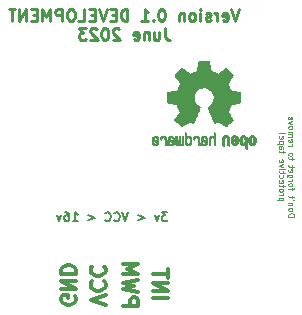
<source format=gbo>
G04 #@! TF.GenerationSoftware,KiCad,Pcbnew,7.0.5-7.0.5~ubuntu22.04.1*
G04 #@! TF.CreationDate,2023-06-22T22:23:24-07:00*
G04 #@! TF.ProjectId,VL53L1x_pwm,564c3533-4c31-4785-9f70-776d2e6b6963,rev?*
G04 #@! TF.SameCoordinates,Original*
G04 #@! TF.FileFunction,Legend,Bot*
G04 #@! TF.FilePolarity,Positive*
%FSLAX46Y46*%
G04 Gerber Fmt 4.6, Leading zero omitted, Abs format (unit mm)*
G04 Created by KiCad (PCBNEW 7.0.5-7.0.5~ubuntu22.04.1) date 2023-06-22 22:23:24*
%MOMM*%
%LPD*%
G01*
G04 APERTURE LIST*
%ADD10C,0.187500*%
%ADD11C,0.312500*%
%ADD12C,0.125000*%
%ADD13C,0.250000*%
%ADD14C,0.010000*%
G04 APERTURE END LIST*
D10*
X137678572Y-103587214D02*
X137214286Y-103587214D01*
X137214286Y-103587214D02*
X137464286Y-103872928D01*
X137464286Y-103872928D02*
X137357143Y-103872928D01*
X137357143Y-103872928D02*
X137285715Y-103908642D01*
X137285715Y-103908642D02*
X137250000Y-103944357D01*
X137250000Y-103944357D02*
X137214286Y-104015785D01*
X137214286Y-104015785D02*
X137214286Y-104194357D01*
X137214286Y-104194357D02*
X137250000Y-104265785D01*
X137250000Y-104265785D02*
X137285715Y-104301500D01*
X137285715Y-104301500D02*
X137357143Y-104337214D01*
X137357143Y-104337214D02*
X137571429Y-104337214D01*
X137571429Y-104337214D02*
X137642857Y-104301500D01*
X137642857Y-104301500D02*
X137678572Y-104265785D01*
X136964286Y-103837214D02*
X136785714Y-104337214D01*
X136785714Y-104337214D02*
X136607143Y-103837214D01*
X135178571Y-103837214D02*
X135749999Y-104051500D01*
X135749999Y-104051500D02*
X135178571Y-104265785D01*
X134357142Y-103587214D02*
X134107142Y-104337214D01*
X134107142Y-104337214D02*
X133857142Y-103587214D01*
X133178571Y-104265785D02*
X133214285Y-104301500D01*
X133214285Y-104301500D02*
X133321428Y-104337214D01*
X133321428Y-104337214D02*
X133392856Y-104337214D01*
X133392856Y-104337214D02*
X133499999Y-104301500D01*
X133499999Y-104301500D02*
X133571428Y-104230071D01*
X133571428Y-104230071D02*
X133607142Y-104158642D01*
X133607142Y-104158642D02*
X133642856Y-104015785D01*
X133642856Y-104015785D02*
X133642856Y-103908642D01*
X133642856Y-103908642D02*
X133607142Y-103765785D01*
X133607142Y-103765785D02*
X133571428Y-103694357D01*
X133571428Y-103694357D02*
X133499999Y-103622928D01*
X133499999Y-103622928D02*
X133392856Y-103587214D01*
X133392856Y-103587214D02*
X133321428Y-103587214D01*
X133321428Y-103587214D02*
X133214285Y-103622928D01*
X133214285Y-103622928D02*
X133178571Y-103658642D01*
X132428571Y-104265785D02*
X132464285Y-104301500D01*
X132464285Y-104301500D02*
X132571428Y-104337214D01*
X132571428Y-104337214D02*
X132642856Y-104337214D01*
X132642856Y-104337214D02*
X132749999Y-104301500D01*
X132749999Y-104301500D02*
X132821428Y-104230071D01*
X132821428Y-104230071D02*
X132857142Y-104158642D01*
X132857142Y-104158642D02*
X132892856Y-104015785D01*
X132892856Y-104015785D02*
X132892856Y-103908642D01*
X132892856Y-103908642D02*
X132857142Y-103765785D01*
X132857142Y-103765785D02*
X132821428Y-103694357D01*
X132821428Y-103694357D02*
X132749999Y-103622928D01*
X132749999Y-103622928D02*
X132642856Y-103587214D01*
X132642856Y-103587214D02*
X132571428Y-103587214D01*
X132571428Y-103587214D02*
X132464285Y-103622928D01*
X132464285Y-103622928D02*
X132428571Y-103658642D01*
X130964285Y-103837214D02*
X131535713Y-104051500D01*
X131535713Y-104051500D02*
X130964285Y-104265785D01*
X129642856Y-104337214D02*
X130071427Y-104337214D01*
X129857142Y-104337214D02*
X129857142Y-103587214D01*
X129857142Y-103587214D02*
X129928570Y-103694357D01*
X129928570Y-103694357D02*
X129999999Y-103765785D01*
X129999999Y-103765785D02*
X130071427Y-103801500D01*
X128999999Y-103587214D02*
X129142856Y-103587214D01*
X129142856Y-103587214D02*
X129214284Y-103622928D01*
X129214284Y-103622928D02*
X129249999Y-103658642D01*
X129249999Y-103658642D02*
X129321427Y-103765785D01*
X129321427Y-103765785D02*
X129357141Y-103908642D01*
X129357141Y-103908642D02*
X129357141Y-104194357D01*
X129357141Y-104194357D02*
X129321427Y-104265785D01*
X129321427Y-104265785D02*
X129285713Y-104301500D01*
X129285713Y-104301500D02*
X129214284Y-104337214D01*
X129214284Y-104337214D02*
X129071427Y-104337214D01*
X129071427Y-104337214D02*
X128999999Y-104301500D01*
X128999999Y-104301500D02*
X128964284Y-104265785D01*
X128964284Y-104265785D02*
X128928570Y-104194357D01*
X128928570Y-104194357D02*
X128928570Y-104015785D01*
X128928570Y-104015785D02*
X128964284Y-103944357D01*
X128964284Y-103944357D02*
X128999999Y-103908642D01*
X128999999Y-103908642D02*
X129071427Y-103872928D01*
X129071427Y-103872928D02*
X129214284Y-103872928D01*
X129214284Y-103872928D02*
X129285713Y-103908642D01*
X129285713Y-103908642D02*
X129321427Y-103944357D01*
X129321427Y-103944357D02*
X129357141Y-104015785D01*
X128678570Y-103837214D02*
X128499998Y-104337214D01*
X128499998Y-104337214D02*
X128321427Y-103837214D01*
D11*
X129878452Y-110702381D02*
X129937976Y-110821428D01*
X129937976Y-110821428D02*
X129937976Y-111000000D01*
X129937976Y-111000000D02*
X129878452Y-111178571D01*
X129878452Y-111178571D02*
X129759404Y-111297619D01*
X129759404Y-111297619D02*
X129640357Y-111357142D01*
X129640357Y-111357142D02*
X129402261Y-111416666D01*
X129402261Y-111416666D02*
X129223690Y-111416666D01*
X129223690Y-111416666D02*
X128985595Y-111357142D01*
X128985595Y-111357142D02*
X128866547Y-111297619D01*
X128866547Y-111297619D02*
X128747500Y-111178571D01*
X128747500Y-111178571D02*
X128687976Y-111000000D01*
X128687976Y-111000000D02*
X128687976Y-110880952D01*
X128687976Y-110880952D02*
X128747500Y-110702381D01*
X128747500Y-110702381D02*
X128807023Y-110642857D01*
X128807023Y-110642857D02*
X129223690Y-110642857D01*
X129223690Y-110642857D02*
X129223690Y-110880952D01*
X128687976Y-110107142D02*
X129937976Y-110107142D01*
X129937976Y-110107142D02*
X128687976Y-109392857D01*
X128687976Y-109392857D02*
X129937976Y-109392857D01*
X128687976Y-108797618D02*
X129937976Y-108797618D01*
X129937976Y-108797618D02*
X129937976Y-108499999D01*
X129937976Y-108499999D02*
X129878452Y-108321428D01*
X129878452Y-108321428D02*
X129759404Y-108202380D01*
X129759404Y-108202380D02*
X129640357Y-108142857D01*
X129640357Y-108142857D02*
X129402261Y-108083333D01*
X129402261Y-108083333D02*
X129223690Y-108083333D01*
X129223690Y-108083333D02*
X128985595Y-108142857D01*
X128985595Y-108142857D02*
X128866547Y-108202380D01*
X128866547Y-108202380D02*
X128747500Y-108321428D01*
X128747500Y-108321428D02*
X128687976Y-108499999D01*
X128687976Y-108499999D02*
X128687976Y-108797618D01*
X133937976Y-111505951D02*
X135187976Y-111505951D01*
X135187976Y-111505951D02*
X135187976Y-111029761D01*
X135187976Y-111029761D02*
X135128452Y-110910713D01*
X135128452Y-110910713D02*
X135068928Y-110851190D01*
X135068928Y-110851190D02*
X134949880Y-110791666D01*
X134949880Y-110791666D02*
X134771309Y-110791666D01*
X134771309Y-110791666D02*
X134652261Y-110851190D01*
X134652261Y-110851190D02*
X134592738Y-110910713D01*
X134592738Y-110910713D02*
X134533214Y-111029761D01*
X134533214Y-111029761D02*
X134533214Y-111505951D01*
X135187976Y-110374999D02*
X133937976Y-110077380D01*
X133937976Y-110077380D02*
X134830833Y-109839285D01*
X134830833Y-109839285D02*
X133937976Y-109601190D01*
X133937976Y-109601190D02*
X135187976Y-109303571D01*
X133937976Y-108827380D02*
X135187976Y-108827380D01*
X135187976Y-108827380D02*
X134295119Y-108410714D01*
X134295119Y-108410714D02*
X135187976Y-107994047D01*
X135187976Y-107994047D02*
X133937976Y-107994047D01*
D12*
X147927690Y-103976188D02*
X148427690Y-103976188D01*
X148427690Y-103976188D02*
X148427690Y-103857140D01*
X148427690Y-103857140D02*
X148403880Y-103785712D01*
X148403880Y-103785712D02*
X148356261Y-103738093D01*
X148356261Y-103738093D02*
X148308642Y-103714283D01*
X148308642Y-103714283D02*
X148213404Y-103690474D01*
X148213404Y-103690474D02*
X148141976Y-103690474D01*
X148141976Y-103690474D02*
X148046738Y-103714283D01*
X148046738Y-103714283D02*
X147999119Y-103738093D01*
X147999119Y-103738093D02*
X147951500Y-103785712D01*
X147951500Y-103785712D02*
X147927690Y-103857140D01*
X147927690Y-103857140D02*
X147927690Y-103976188D01*
X147927690Y-103404759D02*
X147951500Y-103452378D01*
X147951500Y-103452378D02*
X147975309Y-103476188D01*
X147975309Y-103476188D02*
X148022928Y-103499997D01*
X148022928Y-103499997D02*
X148165785Y-103499997D01*
X148165785Y-103499997D02*
X148213404Y-103476188D01*
X148213404Y-103476188D02*
X148237214Y-103452378D01*
X148237214Y-103452378D02*
X148261023Y-103404759D01*
X148261023Y-103404759D02*
X148261023Y-103333331D01*
X148261023Y-103333331D02*
X148237214Y-103285712D01*
X148237214Y-103285712D02*
X148213404Y-103261902D01*
X148213404Y-103261902D02*
X148165785Y-103238093D01*
X148165785Y-103238093D02*
X148022928Y-103238093D01*
X148022928Y-103238093D02*
X147975309Y-103261902D01*
X147975309Y-103261902D02*
X147951500Y-103285712D01*
X147951500Y-103285712D02*
X147927690Y-103333331D01*
X147927690Y-103333331D02*
X147927690Y-103404759D01*
X148261023Y-103023807D02*
X147927690Y-103023807D01*
X148213404Y-103023807D02*
X148237214Y-102999997D01*
X148237214Y-102999997D02*
X148261023Y-102952378D01*
X148261023Y-102952378D02*
X148261023Y-102880950D01*
X148261023Y-102880950D02*
X148237214Y-102833331D01*
X148237214Y-102833331D02*
X148189595Y-102809521D01*
X148189595Y-102809521D02*
X147927690Y-102809521D01*
X148427690Y-102547616D02*
X148332452Y-102595235D01*
X148261023Y-102404759D02*
X148261023Y-102214283D01*
X148427690Y-102333331D02*
X147999119Y-102333331D01*
X147999119Y-102333331D02*
X147951500Y-102309521D01*
X147951500Y-102309521D02*
X147927690Y-102261902D01*
X147927690Y-102261902D02*
X147927690Y-102214283D01*
X148261023Y-101738093D02*
X148261023Y-101547617D01*
X147927690Y-101666665D02*
X148356261Y-101666665D01*
X148356261Y-101666665D02*
X148403880Y-101642855D01*
X148403880Y-101642855D02*
X148427690Y-101595236D01*
X148427690Y-101595236D02*
X148427690Y-101547617D01*
X147927690Y-101309522D02*
X147951500Y-101357141D01*
X147951500Y-101357141D02*
X147975309Y-101380951D01*
X147975309Y-101380951D02*
X148022928Y-101404760D01*
X148022928Y-101404760D02*
X148165785Y-101404760D01*
X148165785Y-101404760D02*
X148213404Y-101380951D01*
X148213404Y-101380951D02*
X148237214Y-101357141D01*
X148237214Y-101357141D02*
X148261023Y-101309522D01*
X148261023Y-101309522D02*
X148261023Y-101238094D01*
X148261023Y-101238094D02*
X148237214Y-101190475D01*
X148237214Y-101190475D02*
X148213404Y-101166665D01*
X148213404Y-101166665D02*
X148165785Y-101142856D01*
X148165785Y-101142856D02*
X148022928Y-101142856D01*
X148022928Y-101142856D02*
X147975309Y-101166665D01*
X147975309Y-101166665D02*
X147951500Y-101190475D01*
X147951500Y-101190475D02*
X147927690Y-101238094D01*
X147927690Y-101238094D02*
X147927690Y-101309522D01*
X147927690Y-100928570D02*
X148261023Y-100928570D01*
X148165785Y-100928570D02*
X148213404Y-100904760D01*
X148213404Y-100904760D02*
X148237214Y-100880951D01*
X148237214Y-100880951D02*
X148261023Y-100833332D01*
X148261023Y-100833332D02*
X148261023Y-100785713D01*
X148261023Y-100404760D02*
X147856261Y-100404760D01*
X147856261Y-100404760D02*
X147808642Y-100428570D01*
X147808642Y-100428570D02*
X147784833Y-100452379D01*
X147784833Y-100452379D02*
X147761023Y-100499998D01*
X147761023Y-100499998D02*
X147761023Y-100571427D01*
X147761023Y-100571427D02*
X147784833Y-100619046D01*
X147951500Y-100404760D02*
X147927690Y-100452379D01*
X147927690Y-100452379D02*
X147927690Y-100547617D01*
X147927690Y-100547617D02*
X147951500Y-100595236D01*
X147951500Y-100595236D02*
X147975309Y-100619046D01*
X147975309Y-100619046D02*
X148022928Y-100642855D01*
X148022928Y-100642855D02*
X148165785Y-100642855D01*
X148165785Y-100642855D02*
X148213404Y-100619046D01*
X148213404Y-100619046D02*
X148237214Y-100595236D01*
X148237214Y-100595236D02*
X148261023Y-100547617D01*
X148261023Y-100547617D02*
X148261023Y-100452379D01*
X148261023Y-100452379D02*
X148237214Y-100404760D01*
X147951500Y-99976189D02*
X147927690Y-100023808D01*
X147927690Y-100023808D02*
X147927690Y-100119046D01*
X147927690Y-100119046D02*
X147951500Y-100166665D01*
X147951500Y-100166665D02*
X147999119Y-100190474D01*
X147999119Y-100190474D02*
X148189595Y-100190474D01*
X148189595Y-100190474D02*
X148237214Y-100166665D01*
X148237214Y-100166665D02*
X148261023Y-100119046D01*
X148261023Y-100119046D02*
X148261023Y-100023808D01*
X148261023Y-100023808D02*
X148237214Y-99976189D01*
X148237214Y-99976189D02*
X148189595Y-99952379D01*
X148189595Y-99952379D02*
X148141976Y-99952379D01*
X148141976Y-99952379D02*
X148094357Y-100190474D01*
X148261023Y-99809522D02*
X148261023Y-99619046D01*
X148427690Y-99738094D02*
X147999119Y-99738094D01*
X147999119Y-99738094D02*
X147951500Y-99714284D01*
X147951500Y-99714284D02*
X147927690Y-99666665D01*
X147927690Y-99666665D02*
X147927690Y-99619046D01*
X148261023Y-99142856D02*
X148261023Y-98952380D01*
X148427690Y-99071428D02*
X147999119Y-99071428D01*
X147999119Y-99071428D02*
X147951500Y-99047618D01*
X147951500Y-99047618D02*
X147927690Y-98999999D01*
X147927690Y-98999999D02*
X147927690Y-98952380D01*
X147927690Y-98714285D02*
X147951500Y-98761904D01*
X147951500Y-98761904D02*
X147975309Y-98785714D01*
X147975309Y-98785714D02*
X148022928Y-98809523D01*
X148022928Y-98809523D02*
X148165785Y-98809523D01*
X148165785Y-98809523D02*
X148213404Y-98785714D01*
X148213404Y-98785714D02*
X148237214Y-98761904D01*
X148237214Y-98761904D02*
X148261023Y-98714285D01*
X148261023Y-98714285D02*
X148261023Y-98642857D01*
X148261023Y-98642857D02*
X148237214Y-98595238D01*
X148237214Y-98595238D02*
X148213404Y-98571428D01*
X148213404Y-98571428D02*
X148165785Y-98547619D01*
X148165785Y-98547619D02*
X148022928Y-98547619D01*
X148022928Y-98547619D02*
X147975309Y-98571428D01*
X147975309Y-98571428D02*
X147951500Y-98595238D01*
X147951500Y-98595238D02*
X147927690Y-98642857D01*
X147927690Y-98642857D02*
X147927690Y-98714285D01*
X147927690Y-97952381D02*
X148261023Y-97952381D01*
X148165785Y-97952381D02*
X148213404Y-97928571D01*
X148213404Y-97928571D02*
X148237214Y-97904762D01*
X148237214Y-97904762D02*
X148261023Y-97857143D01*
X148261023Y-97857143D02*
X148261023Y-97809524D01*
X147951500Y-97452381D02*
X147927690Y-97500000D01*
X147927690Y-97500000D02*
X147927690Y-97595238D01*
X147927690Y-97595238D02*
X147951500Y-97642857D01*
X147951500Y-97642857D02*
X147999119Y-97666666D01*
X147999119Y-97666666D02*
X148189595Y-97666666D01*
X148189595Y-97666666D02*
X148237214Y-97642857D01*
X148237214Y-97642857D02*
X148261023Y-97595238D01*
X148261023Y-97595238D02*
X148261023Y-97500000D01*
X148261023Y-97500000D02*
X148237214Y-97452381D01*
X148237214Y-97452381D02*
X148189595Y-97428571D01*
X148189595Y-97428571D02*
X148141976Y-97428571D01*
X148141976Y-97428571D02*
X148094357Y-97666666D01*
X147927690Y-97214286D02*
X148261023Y-97214286D01*
X148213404Y-97214286D02*
X148237214Y-97190476D01*
X148237214Y-97190476D02*
X148261023Y-97142857D01*
X148261023Y-97142857D02*
X148261023Y-97071429D01*
X148261023Y-97071429D02*
X148237214Y-97023810D01*
X148237214Y-97023810D02*
X148189595Y-97000000D01*
X148189595Y-97000000D02*
X147927690Y-97000000D01*
X148189595Y-97000000D02*
X148237214Y-96976191D01*
X148237214Y-96976191D02*
X148261023Y-96928572D01*
X148261023Y-96928572D02*
X148261023Y-96857143D01*
X148261023Y-96857143D02*
X148237214Y-96809524D01*
X148237214Y-96809524D02*
X148189595Y-96785714D01*
X148189595Y-96785714D02*
X147927690Y-96785714D01*
X147927690Y-96476190D02*
X147951500Y-96523809D01*
X147951500Y-96523809D02*
X147975309Y-96547619D01*
X147975309Y-96547619D02*
X148022928Y-96571428D01*
X148022928Y-96571428D02*
X148165785Y-96571428D01*
X148165785Y-96571428D02*
X148213404Y-96547619D01*
X148213404Y-96547619D02*
X148237214Y-96523809D01*
X148237214Y-96523809D02*
X148261023Y-96476190D01*
X148261023Y-96476190D02*
X148261023Y-96404762D01*
X148261023Y-96404762D02*
X148237214Y-96357143D01*
X148237214Y-96357143D02*
X148213404Y-96333333D01*
X148213404Y-96333333D02*
X148165785Y-96309524D01*
X148165785Y-96309524D02*
X148022928Y-96309524D01*
X148022928Y-96309524D02*
X147975309Y-96333333D01*
X147975309Y-96333333D02*
X147951500Y-96357143D01*
X147951500Y-96357143D02*
X147927690Y-96404762D01*
X147927690Y-96404762D02*
X147927690Y-96476190D01*
X148261023Y-96142857D02*
X147927690Y-96023809D01*
X147927690Y-96023809D02*
X148261023Y-95904762D01*
X147951500Y-95523810D02*
X147927690Y-95571429D01*
X147927690Y-95571429D02*
X147927690Y-95666667D01*
X147927690Y-95666667D02*
X147951500Y-95714286D01*
X147951500Y-95714286D02*
X147999119Y-95738095D01*
X147999119Y-95738095D02*
X148189595Y-95738095D01*
X148189595Y-95738095D02*
X148237214Y-95714286D01*
X148237214Y-95714286D02*
X148261023Y-95666667D01*
X148261023Y-95666667D02*
X148261023Y-95571429D01*
X148261023Y-95571429D02*
X148237214Y-95523810D01*
X148237214Y-95523810D02*
X148189595Y-95500000D01*
X148189595Y-95500000D02*
X148141976Y-95500000D01*
X148141976Y-95500000D02*
X148094357Y-95738095D01*
X147456023Y-102595236D02*
X146956023Y-102595236D01*
X147432214Y-102595236D02*
X147456023Y-102547617D01*
X147456023Y-102547617D02*
X147456023Y-102452379D01*
X147456023Y-102452379D02*
X147432214Y-102404760D01*
X147432214Y-102404760D02*
X147408404Y-102380950D01*
X147408404Y-102380950D02*
X147360785Y-102357141D01*
X147360785Y-102357141D02*
X147217928Y-102357141D01*
X147217928Y-102357141D02*
X147170309Y-102380950D01*
X147170309Y-102380950D02*
X147146500Y-102404760D01*
X147146500Y-102404760D02*
X147122690Y-102452379D01*
X147122690Y-102452379D02*
X147122690Y-102547617D01*
X147122690Y-102547617D02*
X147146500Y-102595236D01*
X147122690Y-102142855D02*
X147456023Y-102142855D01*
X147360785Y-102142855D02*
X147408404Y-102119045D01*
X147408404Y-102119045D02*
X147432214Y-102095236D01*
X147432214Y-102095236D02*
X147456023Y-102047617D01*
X147456023Y-102047617D02*
X147456023Y-101999998D01*
X147122690Y-101761902D02*
X147146500Y-101809521D01*
X147146500Y-101809521D02*
X147170309Y-101833331D01*
X147170309Y-101833331D02*
X147217928Y-101857140D01*
X147217928Y-101857140D02*
X147360785Y-101857140D01*
X147360785Y-101857140D02*
X147408404Y-101833331D01*
X147408404Y-101833331D02*
X147432214Y-101809521D01*
X147432214Y-101809521D02*
X147456023Y-101761902D01*
X147456023Y-101761902D02*
X147456023Y-101690474D01*
X147456023Y-101690474D02*
X147432214Y-101642855D01*
X147432214Y-101642855D02*
X147408404Y-101619045D01*
X147408404Y-101619045D02*
X147360785Y-101595236D01*
X147360785Y-101595236D02*
X147217928Y-101595236D01*
X147217928Y-101595236D02*
X147170309Y-101619045D01*
X147170309Y-101619045D02*
X147146500Y-101642855D01*
X147146500Y-101642855D02*
X147122690Y-101690474D01*
X147122690Y-101690474D02*
X147122690Y-101761902D01*
X147456023Y-101452378D02*
X147456023Y-101261902D01*
X147622690Y-101380950D02*
X147194119Y-101380950D01*
X147194119Y-101380950D02*
X147146500Y-101357140D01*
X147146500Y-101357140D02*
X147122690Y-101309521D01*
X147122690Y-101309521D02*
X147122690Y-101261902D01*
X147146500Y-100904760D02*
X147122690Y-100952379D01*
X147122690Y-100952379D02*
X147122690Y-101047617D01*
X147122690Y-101047617D02*
X147146500Y-101095236D01*
X147146500Y-101095236D02*
X147194119Y-101119045D01*
X147194119Y-101119045D02*
X147384595Y-101119045D01*
X147384595Y-101119045D02*
X147432214Y-101095236D01*
X147432214Y-101095236D02*
X147456023Y-101047617D01*
X147456023Y-101047617D02*
X147456023Y-100952379D01*
X147456023Y-100952379D02*
X147432214Y-100904760D01*
X147432214Y-100904760D02*
X147384595Y-100880950D01*
X147384595Y-100880950D02*
X147336976Y-100880950D01*
X147336976Y-100880950D02*
X147289357Y-101119045D01*
X147146500Y-100452379D02*
X147122690Y-100499998D01*
X147122690Y-100499998D02*
X147122690Y-100595236D01*
X147122690Y-100595236D02*
X147146500Y-100642855D01*
X147146500Y-100642855D02*
X147170309Y-100666665D01*
X147170309Y-100666665D02*
X147217928Y-100690474D01*
X147217928Y-100690474D02*
X147360785Y-100690474D01*
X147360785Y-100690474D02*
X147408404Y-100666665D01*
X147408404Y-100666665D02*
X147432214Y-100642855D01*
X147432214Y-100642855D02*
X147456023Y-100595236D01*
X147456023Y-100595236D02*
X147456023Y-100499998D01*
X147456023Y-100499998D02*
X147432214Y-100452379D01*
X147456023Y-100309522D02*
X147456023Y-100119046D01*
X147622690Y-100238094D02*
X147194119Y-100238094D01*
X147194119Y-100238094D02*
X147146500Y-100214284D01*
X147146500Y-100214284D02*
X147122690Y-100166665D01*
X147122690Y-100166665D02*
X147122690Y-100119046D01*
X147122690Y-99952380D02*
X147456023Y-99952380D01*
X147622690Y-99952380D02*
X147598880Y-99976189D01*
X147598880Y-99976189D02*
X147575071Y-99952380D01*
X147575071Y-99952380D02*
X147598880Y-99928570D01*
X147598880Y-99928570D02*
X147622690Y-99952380D01*
X147622690Y-99952380D02*
X147575071Y-99952380D01*
X147456023Y-99761904D02*
X147122690Y-99642856D01*
X147122690Y-99642856D02*
X147456023Y-99523809D01*
X147146500Y-99142857D02*
X147122690Y-99190476D01*
X147122690Y-99190476D02*
X147122690Y-99285714D01*
X147122690Y-99285714D02*
X147146500Y-99333333D01*
X147146500Y-99333333D02*
X147194119Y-99357142D01*
X147194119Y-99357142D02*
X147384595Y-99357142D01*
X147384595Y-99357142D02*
X147432214Y-99333333D01*
X147432214Y-99333333D02*
X147456023Y-99285714D01*
X147456023Y-99285714D02*
X147456023Y-99190476D01*
X147456023Y-99190476D02*
X147432214Y-99142857D01*
X147432214Y-99142857D02*
X147384595Y-99119047D01*
X147384595Y-99119047D02*
X147336976Y-99119047D01*
X147336976Y-99119047D02*
X147289357Y-99357142D01*
X147456023Y-98595238D02*
X147456023Y-98404762D01*
X147622690Y-98523810D02*
X147194119Y-98523810D01*
X147194119Y-98523810D02*
X147146500Y-98500000D01*
X147146500Y-98500000D02*
X147122690Y-98452381D01*
X147122690Y-98452381D02*
X147122690Y-98404762D01*
X147122690Y-98023810D02*
X147384595Y-98023810D01*
X147384595Y-98023810D02*
X147432214Y-98047620D01*
X147432214Y-98047620D02*
X147456023Y-98095239D01*
X147456023Y-98095239D02*
X147456023Y-98190477D01*
X147456023Y-98190477D02*
X147432214Y-98238096D01*
X147146500Y-98023810D02*
X147122690Y-98071429D01*
X147122690Y-98071429D02*
X147122690Y-98190477D01*
X147122690Y-98190477D02*
X147146500Y-98238096D01*
X147146500Y-98238096D02*
X147194119Y-98261905D01*
X147194119Y-98261905D02*
X147241738Y-98261905D01*
X147241738Y-98261905D02*
X147289357Y-98238096D01*
X147289357Y-98238096D02*
X147313166Y-98190477D01*
X147313166Y-98190477D02*
X147313166Y-98071429D01*
X147313166Y-98071429D02*
X147336976Y-98023810D01*
X147456023Y-97785715D02*
X146956023Y-97785715D01*
X147432214Y-97785715D02*
X147456023Y-97738096D01*
X147456023Y-97738096D02*
X147456023Y-97642858D01*
X147456023Y-97642858D02*
X147432214Y-97595239D01*
X147432214Y-97595239D02*
X147408404Y-97571429D01*
X147408404Y-97571429D02*
X147360785Y-97547620D01*
X147360785Y-97547620D02*
X147217928Y-97547620D01*
X147217928Y-97547620D02*
X147170309Y-97571429D01*
X147170309Y-97571429D02*
X147146500Y-97595239D01*
X147146500Y-97595239D02*
X147122690Y-97642858D01*
X147122690Y-97642858D02*
X147122690Y-97738096D01*
X147122690Y-97738096D02*
X147146500Y-97785715D01*
X147146500Y-97142858D02*
X147122690Y-97190477D01*
X147122690Y-97190477D02*
X147122690Y-97285715D01*
X147122690Y-97285715D02*
X147146500Y-97333334D01*
X147146500Y-97333334D02*
X147194119Y-97357143D01*
X147194119Y-97357143D02*
X147384595Y-97357143D01*
X147384595Y-97357143D02*
X147432214Y-97333334D01*
X147432214Y-97333334D02*
X147456023Y-97285715D01*
X147456023Y-97285715D02*
X147456023Y-97190477D01*
X147456023Y-97190477D02*
X147432214Y-97142858D01*
X147432214Y-97142858D02*
X147384595Y-97119048D01*
X147384595Y-97119048D02*
X147336976Y-97119048D01*
X147336976Y-97119048D02*
X147289357Y-97357143D01*
X147170309Y-96904763D02*
X147146500Y-96880953D01*
X147146500Y-96880953D02*
X147122690Y-96904763D01*
X147122690Y-96904763D02*
X147146500Y-96928572D01*
X147146500Y-96928572D02*
X147170309Y-96904763D01*
X147170309Y-96904763D02*
X147122690Y-96904763D01*
X147313166Y-96904763D02*
X147598880Y-96928572D01*
X147598880Y-96928572D02*
X147622690Y-96904763D01*
X147622690Y-96904763D02*
X147598880Y-96880953D01*
X147598880Y-96880953D02*
X147313166Y-96904763D01*
X147313166Y-96904763D02*
X147622690Y-96904763D01*
D11*
X136437976Y-110880951D02*
X137687976Y-110880951D01*
X136437976Y-110285713D02*
X137687976Y-110285713D01*
X137687976Y-110285713D02*
X136437976Y-109571428D01*
X136437976Y-109571428D02*
X137687976Y-109571428D01*
X137687976Y-109154761D02*
X137687976Y-108440475D01*
X136437976Y-108797618D02*
X137687976Y-108797618D01*
X132437976Y-111416666D02*
X131187976Y-110999999D01*
X131187976Y-110999999D02*
X132437976Y-110583333D01*
X131307023Y-109452380D02*
X131247500Y-109511904D01*
X131247500Y-109511904D02*
X131187976Y-109690475D01*
X131187976Y-109690475D02*
X131187976Y-109809523D01*
X131187976Y-109809523D02*
X131247500Y-109988094D01*
X131247500Y-109988094D02*
X131366547Y-110107142D01*
X131366547Y-110107142D02*
X131485595Y-110166665D01*
X131485595Y-110166665D02*
X131723690Y-110226189D01*
X131723690Y-110226189D02*
X131902261Y-110226189D01*
X131902261Y-110226189D02*
X132140357Y-110166665D01*
X132140357Y-110166665D02*
X132259404Y-110107142D01*
X132259404Y-110107142D02*
X132378452Y-109988094D01*
X132378452Y-109988094D02*
X132437976Y-109809523D01*
X132437976Y-109809523D02*
X132437976Y-109690475D01*
X132437976Y-109690475D02*
X132378452Y-109511904D01*
X132378452Y-109511904D02*
X132318928Y-109452380D01*
X131307023Y-108202380D02*
X131247500Y-108261904D01*
X131247500Y-108261904D02*
X131187976Y-108440475D01*
X131187976Y-108440475D02*
X131187976Y-108559523D01*
X131187976Y-108559523D02*
X131247500Y-108738094D01*
X131247500Y-108738094D02*
X131366547Y-108857142D01*
X131366547Y-108857142D02*
X131485595Y-108916665D01*
X131485595Y-108916665D02*
X131723690Y-108976189D01*
X131723690Y-108976189D02*
X131902261Y-108976189D01*
X131902261Y-108976189D02*
X132140357Y-108916665D01*
X132140357Y-108916665D02*
X132259404Y-108857142D01*
X132259404Y-108857142D02*
X132378452Y-108738094D01*
X132378452Y-108738094D02*
X132437976Y-108559523D01*
X132437976Y-108559523D02*
X132437976Y-108440475D01*
X132437976Y-108440475D02*
X132378452Y-108261904D01*
X132378452Y-108261904D02*
X132318928Y-108202380D01*
D13*
X143761904Y-86394619D02*
X143428571Y-87394619D01*
X143428571Y-87394619D02*
X143095238Y-86394619D01*
X142380952Y-87347000D02*
X142476190Y-87394619D01*
X142476190Y-87394619D02*
X142666666Y-87394619D01*
X142666666Y-87394619D02*
X142761904Y-87347000D01*
X142761904Y-87347000D02*
X142809523Y-87251761D01*
X142809523Y-87251761D02*
X142809523Y-86870809D01*
X142809523Y-86870809D02*
X142761904Y-86775571D01*
X142761904Y-86775571D02*
X142666666Y-86727952D01*
X142666666Y-86727952D02*
X142476190Y-86727952D01*
X142476190Y-86727952D02*
X142380952Y-86775571D01*
X142380952Y-86775571D02*
X142333333Y-86870809D01*
X142333333Y-86870809D02*
X142333333Y-86966047D01*
X142333333Y-86966047D02*
X142809523Y-87061285D01*
X141904761Y-87394619D02*
X141904761Y-86727952D01*
X141904761Y-86918428D02*
X141857142Y-86823190D01*
X141857142Y-86823190D02*
X141809523Y-86775571D01*
X141809523Y-86775571D02*
X141714285Y-86727952D01*
X141714285Y-86727952D02*
X141619047Y-86727952D01*
X141333332Y-87347000D02*
X141238094Y-87394619D01*
X141238094Y-87394619D02*
X141047618Y-87394619D01*
X141047618Y-87394619D02*
X140952380Y-87347000D01*
X140952380Y-87347000D02*
X140904761Y-87251761D01*
X140904761Y-87251761D02*
X140904761Y-87204142D01*
X140904761Y-87204142D02*
X140952380Y-87108904D01*
X140952380Y-87108904D02*
X141047618Y-87061285D01*
X141047618Y-87061285D02*
X141190475Y-87061285D01*
X141190475Y-87061285D02*
X141285713Y-87013666D01*
X141285713Y-87013666D02*
X141333332Y-86918428D01*
X141333332Y-86918428D02*
X141333332Y-86870809D01*
X141333332Y-86870809D02*
X141285713Y-86775571D01*
X141285713Y-86775571D02*
X141190475Y-86727952D01*
X141190475Y-86727952D02*
X141047618Y-86727952D01*
X141047618Y-86727952D02*
X140952380Y-86775571D01*
X140476189Y-87394619D02*
X140476189Y-86727952D01*
X140476189Y-86394619D02*
X140523808Y-86442238D01*
X140523808Y-86442238D02*
X140476189Y-86489857D01*
X140476189Y-86489857D02*
X140428570Y-86442238D01*
X140428570Y-86442238D02*
X140476189Y-86394619D01*
X140476189Y-86394619D02*
X140476189Y-86489857D01*
X139857142Y-87394619D02*
X139952380Y-87347000D01*
X139952380Y-87347000D02*
X139999999Y-87299380D01*
X139999999Y-87299380D02*
X140047618Y-87204142D01*
X140047618Y-87204142D02*
X140047618Y-86918428D01*
X140047618Y-86918428D02*
X139999999Y-86823190D01*
X139999999Y-86823190D02*
X139952380Y-86775571D01*
X139952380Y-86775571D02*
X139857142Y-86727952D01*
X139857142Y-86727952D02*
X139714285Y-86727952D01*
X139714285Y-86727952D02*
X139619047Y-86775571D01*
X139619047Y-86775571D02*
X139571428Y-86823190D01*
X139571428Y-86823190D02*
X139523809Y-86918428D01*
X139523809Y-86918428D02*
X139523809Y-87204142D01*
X139523809Y-87204142D02*
X139571428Y-87299380D01*
X139571428Y-87299380D02*
X139619047Y-87347000D01*
X139619047Y-87347000D02*
X139714285Y-87394619D01*
X139714285Y-87394619D02*
X139857142Y-87394619D01*
X139095237Y-86727952D02*
X139095237Y-87394619D01*
X139095237Y-86823190D02*
X139047618Y-86775571D01*
X139047618Y-86775571D02*
X138952380Y-86727952D01*
X138952380Y-86727952D02*
X138809523Y-86727952D01*
X138809523Y-86727952D02*
X138714285Y-86775571D01*
X138714285Y-86775571D02*
X138666666Y-86870809D01*
X138666666Y-86870809D02*
X138666666Y-87394619D01*
X137238094Y-86394619D02*
X137142856Y-86394619D01*
X137142856Y-86394619D02*
X137047618Y-86442238D01*
X137047618Y-86442238D02*
X136999999Y-86489857D01*
X136999999Y-86489857D02*
X136952380Y-86585095D01*
X136952380Y-86585095D02*
X136904761Y-86775571D01*
X136904761Y-86775571D02*
X136904761Y-87013666D01*
X136904761Y-87013666D02*
X136952380Y-87204142D01*
X136952380Y-87204142D02*
X136999999Y-87299380D01*
X136999999Y-87299380D02*
X137047618Y-87347000D01*
X137047618Y-87347000D02*
X137142856Y-87394619D01*
X137142856Y-87394619D02*
X137238094Y-87394619D01*
X137238094Y-87394619D02*
X137333332Y-87347000D01*
X137333332Y-87347000D02*
X137380951Y-87299380D01*
X137380951Y-87299380D02*
X137428570Y-87204142D01*
X137428570Y-87204142D02*
X137476189Y-87013666D01*
X137476189Y-87013666D02*
X137476189Y-86775571D01*
X137476189Y-86775571D02*
X137428570Y-86585095D01*
X137428570Y-86585095D02*
X137380951Y-86489857D01*
X137380951Y-86489857D02*
X137333332Y-86442238D01*
X137333332Y-86442238D02*
X137238094Y-86394619D01*
X136476189Y-87299380D02*
X136428570Y-87347000D01*
X136428570Y-87347000D02*
X136476189Y-87394619D01*
X136476189Y-87394619D02*
X136523808Y-87347000D01*
X136523808Y-87347000D02*
X136476189Y-87299380D01*
X136476189Y-87299380D02*
X136476189Y-87394619D01*
X135476190Y-87394619D02*
X136047618Y-87394619D01*
X135761904Y-87394619D02*
X135761904Y-86394619D01*
X135761904Y-86394619D02*
X135857142Y-86537476D01*
X135857142Y-86537476D02*
X135952380Y-86632714D01*
X135952380Y-86632714D02*
X136047618Y-86680333D01*
X134285713Y-87394619D02*
X134285713Y-86394619D01*
X134285713Y-86394619D02*
X134047618Y-86394619D01*
X134047618Y-86394619D02*
X133904761Y-86442238D01*
X133904761Y-86442238D02*
X133809523Y-86537476D01*
X133809523Y-86537476D02*
X133761904Y-86632714D01*
X133761904Y-86632714D02*
X133714285Y-86823190D01*
X133714285Y-86823190D02*
X133714285Y-86966047D01*
X133714285Y-86966047D02*
X133761904Y-87156523D01*
X133761904Y-87156523D02*
X133809523Y-87251761D01*
X133809523Y-87251761D02*
X133904761Y-87347000D01*
X133904761Y-87347000D02*
X134047618Y-87394619D01*
X134047618Y-87394619D02*
X134285713Y-87394619D01*
X133285713Y-86870809D02*
X132952380Y-86870809D01*
X132809523Y-87394619D02*
X133285713Y-87394619D01*
X133285713Y-87394619D02*
X133285713Y-86394619D01*
X133285713Y-86394619D02*
X132809523Y-86394619D01*
X132523808Y-86394619D02*
X132190475Y-87394619D01*
X132190475Y-87394619D02*
X131857142Y-86394619D01*
X131523808Y-86870809D02*
X131190475Y-86870809D01*
X131047618Y-87394619D02*
X131523808Y-87394619D01*
X131523808Y-87394619D02*
X131523808Y-86394619D01*
X131523808Y-86394619D02*
X131047618Y-86394619D01*
X130142856Y-87394619D02*
X130619046Y-87394619D01*
X130619046Y-87394619D02*
X130619046Y-86394619D01*
X129619046Y-86394619D02*
X129428570Y-86394619D01*
X129428570Y-86394619D02*
X129333332Y-86442238D01*
X129333332Y-86442238D02*
X129238094Y-86537476D01*
X129238094Y-86537476D02*
X129190475Y-86727952D01*
X129190475Y-86727952D02*
X129190475Y-87061285D01*
X129190475Y-87061285D02*
X129238094Y-87251761D01*
X129238094Y-87251761D02*
X129333332Y-87347000D01*
X129333332Y-87347000D02*
X129428570Y-87394619D01*
X129428570Y-87394619D02*
X129619046Y-87394619D01*
X129619046Y-87394619D02*
X129714284Y-87347000D01*
X129714284Y-87347000D02*
X129809522Y-87251761D01*
X129809522Y-87251761D02*
X129857141Y-87061285D01*
X129857141Y-87061285D02*
X129857141Y-86727952D01*
X129857141Y-86727952D02*
X129809522Y-86537476D01*
X129809522Y-86537476D02*
X129714284Y-86442238D01*
X129714284Y-86442238D02*
X129619046Y-86394619D01*
X128761903Y-87394619D02*
X128761903Y-86394619D01*
X128761903Y-86394619D02*
X128380951Y-86394619D01*
X128380951Y-86394619D02*
X128285713Y-86442238D01*
X128285713Y-86442238D02*
X128238094Y-86489857D01*
X128238094Y-86489857D02*
X128190475Y-86585095D01*
X128190475Y-86585095D02*
X128190475Y-86727952D01*
X128190475Y-86727952D02*
X128238094Y-86823190D01*
X128238094Y-86823190D02*
X128285713Y-86870809D01*
X128285713Y-86870809D02*
X128380951Y-86918428D01*
X128380951Y-86918428D02*
X128761903Y-86918428D01*
X127761903Y-87394619D02*
X127761903Y-86394619D01*
X127761903Y-86394619D02*
X127428570Y-87108904D01*
X127428570Y-87108904D02*
X127095237Y-86394619D01*
X127095237Y-86394619D02*
X127095237Y-87394619D01*
X126619046Y-86870809D02*
X126285713Y-86870809D01*
X126142856Y-87394619D02*
X126619046Y-87394619D01*
X126619046Y-87394619D02*
X126619046Y-86394619D01*
X126619046Y-86394619D02*
X126142856Y-86394619D01*
X125714284Y-87394619D02*
X125714284Y-86394619D01*
X125714284Y-86394619D02*
X125142856Y-87394619D01*
X125142856Y-87394619D02*
X125142856Y-86394619D01*
X124809522Y-86394619D02*
X124238094Y-86394619D01*
X124523808Y-87394619D02*
X124523808Y-86394619D01*
X137476190Y-88004619D02*
X137476190Y-88718904D01*
X137476190Y-88718904D02*
X137523809Y-88861761D01*
X137523809Y-88861761D02*
X137619047Y-88957000D01*
X137619047Y-88957000D02*
X137761904Y-89004619D01*
X137761904Y-89004619D02*
X137857142Y-89004619D01*
X136571428Y-88337952D02*
X136571428Y-89004619D01*
X136999999Y-88337952D02*
X136999999Y-88861761D01*
X136999999Y-88861761D02*
X136952380Y-88957000D01*
X136952380Y-88957000D02*
X136857142Y-89004619D01*
X136857142Y-89004619D02*
X136714285Y-89004619D01*
X136714285Y-89004619D02*
X136619047Y-88957000D01*
X136619047Y-88957000D02*
X136571428Y-88909380D01*
X136095237Y-88337952D02*
X136095237Y-89004619D01*
X136095237Y-88433190D02*
X136047618Y-88385571D01*
X136047618Y-88385571D02*
X135952380Y-88337952D01*
X135952380Y-88337952D02*
X135809523Y-88337952D01*
X135809523Y-88337952D02*
X135714285Y-88385571D01*
X135714285Y-88385571D02*
X135666666Y-88480809D01*
X135666666Y-88480809D02*
X135666666Y-89004619D01*
X134809523Y-88957000D02*
X134904761Y-89004619D01*
X134904761Y-89004619D02*
X135095237Y-89004619D01*
X135095237Y-89004619D02*
X135190475Y-88957000D01*
X135190475Y-88957000D02*
X135238094Y-88861761D01*
X135238094Y-88861761D02*
X135238094Y-88480809D01*
X135238094Y-88480809D02*
X135190475Y-88385571D01*
X135190475Y-88385571D02*
X135095237Y-88337952D01*
X135095237Y-88337952D02*
X134904761Y-88337952D01*
X134904761Y-88337952D02*
X134809523Y-88385571D01*
X134809523Y-88385571D02*
X134761904Y-88480809D01*
X134761904Y-88480809D02*
X134761904Y-88576047D01*
X134761904Y-88576047D02*
X135238094Y-88671285D01*
X133619046Y-88099857D02*
X133571427Y-88052238D01*
X133571427Y-88052238D02*
X133476189Y-88004619D01*
X133476189Y-88004619D02*
X133238094Y-88004619D01*
X133238094Y-88004619D02*
X133142856Y-88052238D01*
X133142856Y-88052238D02*
X133095237Y-88099857D01*
X133095237Y-88099857D02*
X133047618Y-88195095D01*
X133047618Y-88195095D02*
X133047618Y-88290333D01*
X133047618Y-88290333D02*
X133095237Y-88433190D01*
X133095237Y-88433190D02*
X133666665Y-89004619D01*
X133666665Y-89004619D02*
X133047618Y-89004619D01*
X132428570Y-88004619D02*
X132333332Y-88004619D01*
X132333332Y-88004619D02*
X132238094Y-88052238D01*
X132238094Y-88052238D02*
X132190475Y-88099857D01*
X132190475Y-88099857D02*
X132142856Y-88195095D01*
X132142856Y-88195095D02*
X132095237Y-88385571D01*
X132095237Y-88385571D02*
X132095237Y-88623666D01*
X132095237Y-88623666D02*
X132142856Y-88814142D01*
X132142856Y-88814142D02*
X132190475Y-88909380D01*
X132190475Y-88909380D02*
X132238094Y-88957000D01*
X132238094Y-88957000D02*
X132333332Y-89004619D01*
X132333332Y-89004619D02*
X132428570Y-89004619D01*
X132428570Y-89004619D02*
X132523808Y-88957000D01*
X132523808Y-88957000D02*
X132571427Y-88909380D01*
X132571427Y-88909380D02*
X132619046Y-88814142D01*
X132619046Y-88814142D02*
X132666665Y-88623666D01*
X132666665Y-88623666D02*
X132666665Y-88385571D01*
X132666665Y-88385571D02*
X132619046Y-88195095D01*
X132619046Y-88195095D02*
X132571427Y-88099857D01*
X132571427Y-88099857D02*
X132523808Y-88052238D01*
X132523808Y-88052238D02*
X132428570Y-88004619D01*
X131714284Y-88099857D02*
X131666665Y-88052238D01*
X131666665Y-88052238D02*
X131571427Y-88004619D01*
X131571427Y-88004619D02*
X131333332Y-88004619D01*
X131333332Y-88004619D02*
X131238094Y-88052238D01*
X131238094Y-88052238D02*
X131190475Y-88099857D01*
X131190475Y-88099857D02*
X131142856Y-88195095D01*
X131142856Y-88195095D02*
X131142856Y-88290333D01*
X131142856Y-88290333D02*
X131190475Y-88433190D01*
X131190475Y-88433190D02*
X131761903Y-89004619D01*
X131761903Y-89004619D02*
X131142856Y-89004619D01*
X130809522Y-88004619D02*
X130190475Y-88004619D01*
X130190475Y-88004619D02*
X130523808Y-88385571D01*
X130523808Y-88385571D02*
X130380951Y-88385571D01*
X130380951Y-88385571D02*
X130285713Y-88433190D01*
X130285713Y-88433190D02*
X130238094Y-88480809D01*
X130238094Y-88480809D02*
X130190475Y-88576047D01*
X130190475Y-88576047D02*
X130190475Y-88814142D01*
X130190475Y-88814142D02*
X130238094Y-88909380D01*
X130238094Y-88909380D02*
X130285713Y-88957000D01*
X130285713Y-88957000D02*
X130380951Y-89004619D01*
X130380951Y-89004619D02*
X130666665Y-89004619D01*
X130666665Y-89004619D02*
X130761903Y-88957000D01*
X130761903Y-88957000D02*
X130809522Y-88909380D01*
G04 #@! TO.C,REF\u002A\u002A*
D14*
X137361501Y-97126476D02*
X137442167Y-97156440D01*
X137475714Y-97178954D01*
X137509687Y-97211212D01*
X137533919Y-97252246D01*
X137550001Y-97308108D01*
X137559521Y-97384851D01*
X137564068Y-97488525D01*
X137565231Y-97625184D01*
X137565003Y-97695805D01*
X137563860Y-97792308D01*
X137561919Y-97869323D01*
X137559365Y-97920319D01*
X137556381Y-97938769D01*
X137536962Y-97932667D01*
X137497766Y-97916095D01*
X137496589Y-97915558D01*
X137476235Y-97904903D01*
X137462546Y-97890282D01*
X137454199Y-97864673D01*
X137449874Y-97821054D01*
X137448248Y-97752403D01*
X137448000Y-97651698D01*
X137447500Y-97587813D01*
X137442164Y-97467751D01*
X137429945Y-97379809D01*
X137409552Y-97319375D01*
X137379695Y-97281836D01*
X137339082Y-97262581D01*
X137333448Y-97261239D01*
X137257378Y-97260191D01*
X137198052Y-97294271D01*
X137157077Y-97362598D01*
X137149770Y-97382351D01*
X137133114Y-97426066D01*
X137124679Y-97446155D01*
X137107356Y-97443387D01*
X137069525Y-97428365D01*
X137034240Y-97403556D01*
X137018154Y-97356670D01*
X137022952Y-97323087D01*
X137052431Y-97254967D01*
X137100098Y-97191134D01*
X137155839Y-97146988D01*
X137179193Y-97136782D01*
X137267619Y-97119718D01*
X137361501Y-97126476D01*
G36*
X137361501Y-97126476D02*
G01*
X137442167Y-97156440D01*
X137475714Y-97178954D01*
X137509687Y-97211212D01*
X137533919Y-97252246D01*
X137550001Y-97308108D01*
X137559521Y-97384851D01*
X137564068Y-97488525D01*
X137565231Y-97625184D01*
X137565003Y-97695805D01*
X137563860Y-97792308D01*
X137561919Y-97869323D01*
X137559365Y-97920319D01*
X137556381Y-97938769D01*
X137536962Y-97932667D01*
X137497766Y-97916095D01*
X137496589Y-97915558D01*
X137476235Y-97904903D01*
X137462546Y-97890282D01*
X137454199Y-97864673D01*
X137449874Y-97821054D01*
X137448248Y-97752403D01*
X137448000Y-97651698D01*
X137447500Y-97587813D01*
X137442164Y-97467751D01*
X137429945Y-97379809D01*
X137409552Y-97319375D01*
X137379695Y-97281836D01*
X137339082Y-97262581D01*
X137333448Y-97261239D01*
X137257378Y-97260191D01*
X137198052Y-97294271D01*
X137157077Y-97362598D01*
X137149770Y-97382351D01*
X137133114Y-97426066D01*
X137124679Y-97446155D01*
X137107356Y-97443387D01*
X137069525Y-97428365D01*
X137034240Y-97403556D01*
X137018154Y-97356670D01*
X137022952Y-97323087D01*
X137052431Y-97254967D01*
X137100098Y-97191134D01*
X137155839Y-97146988D01*
X137179193Y-97136782D01*
X137267619Y-97119718D01*
X137361501Y-97126476D01*
G37*
X142676372Y-97081684D02*
X142767629Y-97124569D01*
X142842416Y-97198729D01*
X142857917Y-97221944D01*
X142870774Y-97248256D01*
X142879893Y-97281420D01*
X142886102Y-97327881D01*
X142890233Y-97394082D01*
X142893116Y-97486468D01*
X142895579Y-97611485D01*
X142901697Y-97958278D01*
X142850303Y-97938738D01*
X142803246Y-97920787D01*
X142768015Y-97903511D01*
X142745017Y-97881242D01*
X142731655Y-97847165D01*
X142725328Y-97794463D01*
X142723437Y-97716323D01*
X142723385Y-97605928D01*
X142723117Y-97517935D01*
X142721521Y-97433502D01*
X142717712Y-97375834D01*
X142710820Y-97337988D01*
X142699975Y-97313024D01*
X142684308Y-97294000D01*
X142645792Y-97267153D01*
X142581091Y-97257034D01*
X142517081Y-97282606D01*
X142512856Y-97285880D01*
X142499689Y-97301007D01*
X142489975Y-97325268D01*
X142482903Y-97364650D01*
X142477656Y-97425141D01*
X142473421Y-97512729D01*
X142469385Y-97633402D01*
X142459615Y-97956515D01*
X142293539Y-97882065D01*
X142293539Y-97587062D01*
X142293883Y-97506919D01*
X142296847Y-97395431D01*
X142304351Y-97312421D01*
X142318190Y-97251199D01*
X142340155Y-97205075D01*
X142372039Y-97167358D01*
X142415633Y-97131358D01*
X142478336Y-97095089D01*
X142577117Y-97071412D01*
X142676372Y-97081684D01*
G36*
X142676372Y-97081684D02*
G01*
X142767629Y-97124569D01*
X142842416Y-97198729D01*
X142857917Y-97221944D01*
X142870774Y-97248256D01*
X142879893Y-97281420D01*
X142886102Y-97327881D01*
X142890233Y-97394082D01*
X142893116Y-97486468D01*
X142895579Y-97611485D01*
X142901697Y-97958278D01*
X142850303Y-97938738D01*
X142803246Y-97920787D01*
X142768015Y-97903511D01*
X142745017Y-97881242D01*
X142731655Y-97847165D01*
X142725328Y-97794463D01*
X142723437Y-97716323D01*
X142723385Y-97605928D01*
X142723117Y-97517935D01*
X142721521Y-97433502D01*
X142717712Y-97375834D01*
X142710820Y-97337988D01*
X142699975Y-97313024D01*
X142684308Y-97294000D01*
X142645792Y-97267153D01*
X142581091Y-97257034D01*
X142517081Y-97282606D01*
X142512856Y-97285880D01*
X142499689Y-97301007D01*
X142489975Y-97325268D01*
X142482903Y-97364650D01*
X142477656Y-97425141D01*
X142473421Y-97512729D01*
X142469385Y-97633402D01*
X142459615Y-97956515D01*
X142293539Y-97882065D01*
X142293539Y-97587062D01*
X142293883Y-97506919D01*
X142296847Y-97395431D01*
X142304351Y-97312421D01*
X142318190Y-97251199D01*
X142340155Y-97205075D01*
X142372039Y-97167358D01*
X142415633Y-97131358D01*
X142478336Y-97095089D01*
X142577117Y-97071412D01*
X142676372Y-97081684D01*
G37*
X140221892Y-97147167D02*
X140228060Y-97150581D01*
X140278447Y-97189692D01*
X140323498Y-97239975D01*
X140331355Y-97251339D01*
X140346376Y-97277860D01*
X140357107Y-97309336D01*
X140364486Y-97352591D01*
X140369452Y-97414449D01*
X140372942Y-97501733D01*
X140375893Y-97621269D01*
X140376311Y-97641478D01*
X140377654Y-97772499D01*
X140375761Y-97865296D01*
X140370605Y-97920507D01*
X140362158Y-97938769D01*
X140336594Y-97933301D01*
X140293166Y-97916733D01*
X140282940Y-97911888D01*
X140266967Y-97900920D01*
X140255954Y-97882890D01*
X140248750Y-97851396D01*
X140244208Y-97800036D01*
X140241180Y-97722410D01*
X140238516Y-97612115D01*
X140237785Y-97579875D01*
X140234965Y-97478050D01*
X140231304Y-97406788D01*
X140225694Y-97359332D01*
X140217029Y-97328925D01*
X140204202Y-97308810D01*
X140186105Y-97292229D01*
X140132525Y-97263161D01*
X140066612Y-97257564D01*
X140007635Y-97279807D01*
X139965203Y-97325859D01*
X139948923Y-97391692D01*
X139948470Y-97409587D01*
X139939578Y-97441982D01*
X139913325Y-97446925D01*
X139861919Y-97427633D01*
X139850013Y-97421446D01*
X139817835Y-97385058D01*
X139817198Y-97330954D01*
X139847856Y-97256128D01*
X139875978Y-97215350D01*
X139947883Y-97157421D01*
X140036638Y-97124670D01*
X140131542Y-97120212D01*
X140221892Y-97147167D01*
G36*
X140221892Y-97147167D02*
G01*
X140228060Y-97150581D01*
X140278447Y-97189692D01*
X140323498Y-97239975D01*
X140331355Y-97251339D01*
X140346376Y-97277860D01*
X140357107Y-97309336D01*
X140364486Y-97352591D01*
X140369452Y-97414449D01*
X140372942Y-97501733D01*
X140375893Y-97621269D01*
X140376311Y-97641478D01*
X140377654Y-97772499D01*
X140375761Y-97865296D01*
X140370605Y-97920507D01*
X140362158Y-97938769D01*
X140336594Y-97933301D01*
X140293166Y-97916733D01*
X140282940Y-97911888D01*
X140266967Y-97900920D01*
X140255954Y-97882890D01*
X140248750Y-97851396D01*
X140244208Y-97800036D01*
X140241180Y-97722410D01*
X140238516Y-97612115D01*
X140237785Y-97579875D01*
X140234965Y-97478050D01*
X140231304Y-97406788D01*
X140225694Y-97359332D01*
X140217029Y-97328925D01*
X140204202Y-97308810D01*
X140186105Y-97292229D01*
X140132525Y-97263161D01*
X140066612Y-97257564D01*
X140007635Y-97279807D01*
X139965203Y-97325859D01*
X139948923Y-97391692D01*
X139948470Y-97409587D01*
X139939578Y-97441982D01*
X139913325Y-97446925D01*
X139861919Y-97427633D01*
X139850013Y-97421446D01*
X139817835Y-97385058D01*
X139817198Y-97330954D01*
X139847856Y-97256128D01*
X139875978Y-97215350D01*
X139947883Y-97157421D01*
X140036638Y-97124670D01*
X140131542Y-97120212D01*
X140221892Y-97147167D01*
G37*
X141726923Y-96881806D02*
X141726923Y-97416455D01*
X141726660Y-97555094D01*
X141725958Y-97679805D01*
X141724883Y-97785557D01*
X141723500Y-97867322D01*
X141721874Y-97920069D01*
X141720070Y-97938769D01*
X141719364Y-97938706D01*
X141695387Y-97931912D01*
X141651685Y-97917320D01*
X141590154Y-97895870D01*
X141590154Y-97620617D01*
X141589763Y-97512466D01*
X141587946Y-97434026D01*
X141583767Y-97380647D01*
X141576286Y-97345256D01*
X141564567Y-97320779D01*
X141547671Y-97300144D01*
X141536152Y-97289170D01*
X141473864Y-97258775D01*
X141405211Y-97261466D01*
X141342298Y-97297406D01*
X141333139Y-97306325D01*
X141318471Y-97324844D01*
X141308433Y-97349326D01*
X141302151Y-97386393D01*
X141298748Y-97442667D01*
X141297349Y-97524771D01*
X141297077Y-97639329D01*
X141296947Y-97697430D01*
X141296099Y-97792993D01*
X141294594Y-97869526D01*
X141292585Y-97920345D01*
X141290223Y-97938769D01*
X141289518Y-97938706D01*
X141265541Y-97931912D01*
X141221839Y-97917320D01*
X141160308Y-97895870D01*
X141160338Y-97619358D01*
X141160384Y-97594742D01*
X141162970Y-97466419D01*
X141170913Y-97369384D01*
X141186155Y-97297057D01*
X141210636Y-97242855D01*
X141246298Y-97200198D01*
X141295082Y-97162505D01*
X141342661Y-97138910D01*
X141418732Y-97120672D01*
X141493556Y-97119636D01*
X141551077Y-97137378D01*
X141555402Y-97139829D01*
X141568738Y-97139566D01*
X141577851Y-97119039D01*
X141584428Y-97071980D01*
X141590154Y-96992120D01*
X141599923Y-96828236D01*
X141726923Y-96881806D01*
G36*
X141726923Y-96881806D02*
G01*
X141726923Y-97416455D01*
X141726660Y-97555094D01*
X141725958Y-97679805D01*
X141724883Y-97785557D01*
X141723500Y-97867322D01*
X141721874Y-97920069D01*
X141720070Y-97938769D01*
X141719364Y-97938706D01*
X141695387Y-97931912D01*
X141651685Y-97917320D01*
X141590154Y-97895870D01*
X141590154Y-97620617D01*
X141589763Y-97512466D01*
X141587946Y-97434026D01*
X141583767Y-97380647D01*
X141576286Y-97345256D01*
X141564567Y-97320779D01*
X141547671Y-97300144D01*
X141536152Y-97289170D01*
X141473864Y-97258775D01*
X141405211Y-97261466D01*
X141342298Y-97297406D01*
X141333139Y-97306325D01*
X141318471Y-97324844D01*
X141308433Y-97349326D01*
X141302151Y-97386393D01*
X141298748Y-97442667D01*
X141297349Y-97524771D01*
X141297077Y-97639329D01*
X141296947Y-97697430D01*
X141296099Y-97792993D01*
X141294594Y-97869526D01*
X141292585Y-97920345D01*
X141290223Y-97938769D01*
X141289518Y-97938706D01*
X141265541Y-97931912D01*
X141221839Y-97917320D01*
X141160308Y-97895870D01*
X141160338Y-97619358D01*
X141160384Y-97594742D01*
X141162970Y-97466419D01*
X141170913Y-97369384D01*
X141186155Y-97297057D01*
X141210636Y-97242855D01*
X141246298Y-97200198D01*
X141295082Y-97162505D01*
X141342661Y-97138910D01*
X141418732Y-97120672D01*
X141493556Y-97119636D01*
X141551077Y-97137378D01*
X141555402Y-97139829D01*
X141568738Y-97139566D01*
X141577851Y-97119039D01*
X141584428Y-97071980D01*
X141590154Y-96992120D01*
X141599923Y-96828236D01*
X141726923Y-96881806D01*
G37*
X138937998Y-97124034D02*
X138980850Y-97140829D01*
X139030615Y-97163503D01*
X139030615Y-97818533D01*
X138968785Y-97880363D01*
X138954662Y-97894228D01*
X138915536Y-97925046D01*
X138876078Y-97935028D01*
X138817362Y-97930433D01*
X138793456Y-97927462D01*
X138731801Y-97921176D01*
X138688692Y-97918672D01*
X138675905Y-97919055D01*
X138623446Y-97923200D01*
X138560022Y-97930433D01*
X138539730Y-97932918D01*
X138488610Y-97933895D01*
X138451207Y-97918462D01*
X138408599Y-97880363D01*
X138346769Y-97818533D01*
X138346769Y-97468343D01*
X138347251Y-97364857D01*
X138348753Y-97266192D01*
X138351089Y-97188068D01*
X138354071Y-97136662D01*
X138357509Y-97118154D01*
X138358230Y-97118204D01*
X138383203Y-97127413D01*
X138425399Y-97147707D01*
X138482549Y-97177261D01*
X138487928Y-97484746D01*
X138493308Y-97792231D01*
X138610539Y-97792231D01*
X138615885Y-97455192D01*
X138617579Y-97363574D01*
X138620005Y-97265649D01*
X138622634Y-97187906D01*
X138625246Y-97136642D01*
X138627623Y-97118154D01*
X138628306Y-97118219D01*
X138651996Y-97125020D01*
X138695546Y-97139604D01*
X138757077Y-97161054D01*
X138757376Y-97457104D01*
X138757676Y-97508532D01*
X138759754Y-97608466D01*
X138763470Y-97691925D01*
X138768430Y-97751377D01*
X138774240Y-97779287D01*
X138795024Y-97794214D01*
X138837440Y-97798825D01*
X138884077Y-97792231D01*
X138889423Y-97455192D01*
X138891336Y-97369546D01*
X138895303Y-97268172D01*
X138900491Y-97188655D01*
X138906499Y-97136736D01*
X138912927Y-97118154D01*
X138937998Y-97124034D01*
G36*
X138937998Y-97124034D02*
G01*
X138980850Y-97140829D01*
X139030615Y-97163503D01*
X139030615Y-97818533D01*
X138968785Y-97880363D01*
X138954662Y-97894228D01*
X138915536Y-97925046D01*
X138876078Y-97935028D01*
X138817362Y-97930433D01*
X138793456Y-97927462D01*
X138731801Y-97921176D01*
X138688692Y-97918672D01*
X138675905Y-97919055D01*
X138623446Y-97923200D01*
X138560022Y-97930433D01*
X138539730Y-97932918D01*
X138488610Y-97933895D01*
X138451207Y-97918462D01*
X138408599Y-97880363D01*
X138346769Y-97818533D01*
X138346769Y-97468343D01*
X138347251Y-97364857D01*
X138348753Y-97266192D01*
X138351089Y-97188068D01*
X138354071Y-97136662D01*
X138357509Y-97118154D01*
X138358230Y-97118204D01*
X138383203Y-97127413D01*
X138425399Y-97147707D01*
X138482549Y-97177261D01*
X138487928Y-97484746D01*
X138493308Y-97792231D01*
X138610539Y-97792231D01*
X138615885Y-97455192D01*
X138617579Y-97363574D01*
X138620005Y-97265649D01*
X138622634Y-97187906D01*
X138625246Y-97136642D01*
X138627623Y-97118154D01*
X138628306Y-97118219D01*
X138651996Y-97125020D01*
X138695546Y-97139604D01*
X138757077Y-97161054D01*
X138757376Y-97457104D01*
X138757676Y-97508532D01*
X138759754Y-97608466D01*
X138763470Y-97691925D01*
X138768430Y-97751377D01*
X138774240Y-97779287D01*
X138795024Y-97794214D01*
X138837440Y-97798825D01*
X138884077Y-97792231D01*
X138889423Y-97455192D01*
X138891336Y-97369546D01*
X138895303Y-97268172D01*
X138900491Y-97188655D01*
X138906499Y-97136736D01*
X138912927Y-97118154D01*
X138937998Y-97124034D01*
G37*
X145146154Y-97508923D02*
X145146135Y-97530105D01*
X145145076Y-97624584D01*
X145141436Y-97690414D01*
X145133892Y-97736394D01*
X145121122Y-97771321D01*
X145101803Y-97803995D01*
X145097050Y-97810775D01*
X145046759Y-97864231D01*
X144989457Y-97904547D01*
X144960032Y-97917629D01*
X144854299Y-97939450D01*
X144749734Y-97925336D01*
X144653368Y-97877105D01*
X144572235Y-97796579D01*
X144565385Y-97785791D01*
X144543097Y-97723153D01*
X144528079Y-97635935D01*
X144520792Y-97535210D01*
X144521611Y-97442037D01*
X144718796Y-97442037D01*
X144720349Y-97571114D01*
X144720974Y-97579420D01*
X144730077Y-97650643D01*
X144746288Y-97695809D01*
X144773660Y-97726752D01*
X144819553Y-97755737D01*
X144864942Y-97757261D01*
X144911692Y-97723846D01*
X144919824Y-97715053D01*
X144935754Y-97688741D01*
X144945159Y-97650520D01*
X144949632Y-97591349D01*
X144950769Y-97502182D01*
X144948822Y-97418664D01*
X144939105Y-97339095D01*
X144919047Y-97288808D01*
X144886240Y-97262513D01*
X144838280Y-97254923D01*
X144820016Y-97256432D01*
X144768848Y-97284107D01*
X144735035Y-97346172D01*
X144718796Y-97442037D01*
X144521611Y-97442037D01*
X144521699Y-97432052D01*
X144531262Y-97337533D01*
X144549943Y-97262727D01*
X144573951Y-97212905D01*
X144641536Y-97135409D01*
X144733114Y-97087256D01*
X144845213Y-97070703D01*
X144875151Y-97071599D01*
X144963315Y-97089929D01*
X145035733Y-97136104D01*
X145102192Y-97215648D01*
X145106147Y-97221548D01*
X145124040Y-97253288D01*
X145135678Y-97289163D01*
X145142371Y-97337906D01*
X145145426Y-97408249D01*
X145146106Y-97502182D01*
X145146154Y-97508923D01*
G36*
X145146154Y-97508923D02*
G01*
X145146135Y-97530105D01*
X145145076Y-97624584D01*
X145141436Y-97690414D01*
X145133892Y-97736394D01*
X145121122Y-97771321D01*
X145101803Y-97803995D01*
X145097050Y-97810775D01*
X145046759Y-97864231D01*
X144989457Y-97904547D01*
X144960032Y-97917629D01*
X144854299Y-97939450D01*
X144749734Y-97925336D01*
X144653368Y-97877105D01*
X144572235Y-97796579D01*
X144565385Y-97785791D01*
X144543097Y-97723153D01*
X144528079Y-97635935D01*
X144520792Y-97535210D01*
X144521611Y-97442037D01*
X144718796Y-97442037D01*
X144720349Y-97571114D01*
X144720974Y-97579420D01*
X144730077Y-97650643D01*
X144746288Y-97695809D01*
X144773660Y-97726752D01*
X144819553Y-97755737D01*
X144864942Y-97757261D01*
X144911692Y-97723846D01*
X144919824Y-97715053D01*
X144935754Y-97688741D01*
X144945159Y-97650520D01*
X144949632Y-97591349D01*
X144950769Y-97502182D01*
X144948822Y-97418664D01*
X144939105Y-97339095D01*
X144919047Y-97288808D01*
X144886240Y-97262513D01*
X144838280Y-97254923D01*
X144820016Y-97256432D01*
X144768848Y-97284107D01*
X144735035Y-97346172D01*
X144718796Y-97442037D01*
X144521611Y-97442037D01*
X144521699Y-97432052D01*
X144531262Y-97337533D01*
X144549943Y-97262727D01*
X144573951Y-97212905D01*
X144641536Y-97135409D01*
X144733114Y-97087256D01*
X144845213Y-97070703D01*
X144875151Y-97071599D01*
X144963315Y-97089929D01*
X145035733Y-97136104D01*
X145102192Y-97215648D01*
X145106147Y-97221548D01*
X145124040Y-97253288D01*
X145135678Y-97289163D01*
X145142371Y-97337906D01*
X145145426Y-97408249D01*
X145146106Y-97502182D01*
X145146154Y-97508923D01*
G37*
X136900794Y-97532376D02*
X136900413Y-97584449D01*
X136895641Y-97687047D01*
X136883150Y-97762126D01*
X136860121Y-97817748D01*
X136823732Y-97861975D01*
X136771162Y-97902869D01*
X136737714Y-97921466D01*
X136684098Y-97933991D01*
X136608780Y-97933003D01*
X136566672Y-97929035D01*
X136515879Y-97916920D01*
X136475280Y-97890585D01*
X136428049Y-97841514D01*
X136421738Y-97834346D01*
X136379277Y-97779189D01*
X136359018Y-97731150D01*
X136353846Y-97674184D01*
X136353846Y-97590471D01*
X136412346Y-97612552D01*
X136454994Y-97638364D01*
X136492064Y-97698928D01*
X136499803Y-97718320D01*
X136543074Y-97773235D01*
X136601976Y-97800879D01*
X136666111Y-97798393D01*
X136725077Y-97762923D01*
X136745342Y-97740805D01*
X136763720Y-97707436D01*
X136757971Y-97677117D01*
X136724887Y-97645913D01*
X136661261Y-97609887D01*
X136563885Y-97565103D01*
X136363615Y-97477445D01*
X136358301Y-97390607D01*
X136360299Y-97335296D01*
X136490783Y-97335296D01*
X136500688Y-97369538D01*
X136545756Y-97406096D01*
X136627557Y-97447692D01*
X136641092Y-97453718D01*
X136705818Y-97481753D01*
X136754247Y-97501472D01*
X136776751Y-97508923D01*
X136780161Y-97503438D01*
X136781529Y-97469948D01*
X136776651Y-97416116D01*
X136764364Y-97363473D01*
X136726041Y-97297151D01*
X136670720Y-97259780D01*
X136604640Y-97254721D01*
X136534040Y-97285339D01*
X136514474Y-97300648D01*
X136490783Y-97335296D01*
X136360299Y-97335296D01*
X136360647Y-97325663D01*
X136390186Y-97243590D01*
X136427472Y-97198361D01*
X136504776Y-97147838D01*
X136596478Y-97122316D01*
X136691274Y-97124336D01*
X136777859Y-97156440D01*
X136796920Y-97168767D01*
X136840640Y-97206912D01*
X136870540Y-97255167D01*
X136888968Y-97320710D01*
X136898270Y-97410720D01*
X136899499Y-97469948D01*
X136900794Y-97532376D01*
G36*
X136900794Y-97532376D02*
G01*
X136900413Y-97584449D01*
X136895641Y-97687047D01*
X136883150Y-97762126D01*
X136860121Y-97817748D01*
X136823732Y-97861975D01*
X136771162Y-97902869D01*
X136737714Y-97921466D01*
X136684098Y-97933991D01*
X136608780Y-97933003D01*
X136566672Y-97929035D01*
X136515879Y-97916920D01*
X136475280Y-97890585D01*
X136428049Y-97841514D01*
X136421738Y-97834346D01*
X136379277Y-97779189D01*
X136359018Y-97731150D01*
X136353846Y-97674184D01*
X136353846Y-97590471D01*
X136412346Y-97612552D01*
X136454994Y-97638364D01*
X136492064Y-97698928D01*
X136499803Y-97718320D01*
X136543074Y-97773235D01*
X136601976Y-97800879D01*
X136666111Y-97798393D01*
X136725077Y-97762923D01*
X136745342Y-97740805D01*
X136763720Y-97707436D01*
X136757971Y-97677117D01*
X136724887Y-97645913D01*
X136661261Y-97609887D01*
X136563885Y-97565103D01*
X136363615Y-97477445D01*
X136358301Y-97390607D01*
X136360299Y-97335296D01*
X136490783Y-97335296D01*
X136500688Y-97369538D01*
X136545756Y-97406096D01*
X136627557Y-97447692D01*
X136641092Y-97453718D01*
X136705818Y-97481753D01*
X136754247Y-97501472D01*
X136776751Y-97508923D01*
X136780161Y-97503438D01*
X136781529Y-97469948D01*
X136776651Y-97416116D01*
X136764364Y-97363473D01*
X136726041Y-97297151D01*
X136670720Y-97259780D01*
X136604640Y-97254721D01*
X136534040Y-97285339D01*
X136514474Y-97300648D01*
X136490783Y-97335296D01*
X136360299Y-97335296D01*
X136360647Y-97325663D01*
X136390186Y-97243590D01*
X136427472Y-97198361D01*
X136504776Y-97147838D01*
X136596478Y-97122316D01*
X136691274Y-97124336D01*
X136777859Y-97156440D01*
X136796920Y-97168767D01*
X136840640Y-97206912D01*
X136870540Y-97255167D01*
X136888968Y-97320710D01*
X136898270Y-97410720D01*
X136899499Y-97469948D01*
X136900794Y-97532376D01*
G37*
X139714401Y-97528462D02*
X139712839Y-97604652D01*
X139701810Y-97708507D01*
X139677814Y-97786333D01*
X139638043Y-97845760D01*
X139579688Y-97894418D01*
X139524100Y-97922546D01*
X139430751Y-97938199D01*
X139337530Y-97921084D01*
X139253272Y-97873388D01*
X139186818Y-97797294D01*
X139178793Y-97783262D01*
X139168196Y-97758679D01*
X139160335Y-97727309D01*
X139154807Y-97683769D01*
X139151206Y-97622678D01*
X139149128Y-97538655D01*
X139149064Y-97531200D01*
X139284615Y-97531200D01*
X139285077Y-97602316D01*
X139287999Y-97666641D01*
X139295221Y-97708166D01*
X139308561Y-97736067D01*
X139329836Y-97759517D01*
X139334821Y-97764025D01*
X139398863Y-97797295D01*
X139466625Y-97793890D01*
X139529734Y-97754042D01*
X139548526Y-97733398D01*
X139564254Y-97706029D01*
X139573039Y-97668192D01*
X139576859Y-97610355D01*
X139577692Y-97522986D01*
X139577281Y-97456319D01*
X139574434Y-97391245D01*
X139567256Y-97349251D01*
X139553889Y-97321063D01*
X139532472Y-97297406D01*
X139519890Y-97286753D01*
X139454699Y-97258057D01*
X139386400Y-97262575D01*
X139327098Y-97300144D01*
X139314333Y-97315040D01*
X139298764Y-97343089D01*
X139289762Y-97382258D01*
X139285617Y-97441858D01*
X139284615Y-97531200D01*
X139149064Y-97531200D01*
X139148167Y-97426320D01*
X139147919Y-97280289D01*
X139147846Y-96826963D01*
X139211346Y-96853564D01*
X139228136Y-96860845D01*
X139254859Y-96877287D01*
X139270156Y-96902187D01*
X139278563Y-96945732D01*
X139284615Y-97018106D01*
X139290144Y-97083089D01*
X139297450Y-97125750D01*
X139307918Y-97141670D01*
X139323692Y-97137400D01*
X139363890Y-97122397D01*
X139435728Y-97118678D01*
X139513010Y-97132572D01*
X139579688Y-97162505D01*
X139616371Y-97190211D01*
X139663472Y-97244269D01*
X139693638Y-97313577D01*
X139709678Y-97405765D01*
X139714191Y-97522986D01*
X139714401Y-97528462D01*
G36*
X139714401Y-97528462D02*
G01*
X139712839Y-97604652D01*
X139701810Y-97708507D01*
X139677814Y-97786333D01*
X139638043Y-97845760D01*
X139579688Y-97894418D01*
X139524100Y-97922546D01*
X139430751Y-97938199D01*
X139337530Y-97921084D01*
X139253272Y-97873388D01*
X139186818Y-97797294D01*
X139178793Y-97783262D01*
X139168196Y-97758679D01*
X139160335Y-97727309D01*
X139154807Y-97683769D01*
X139151206Y-97622678D01*
X139149128Y-97538655D01*
X139149064Y-97531200D01*
X139284615Y-97531200D01*
X139285077Y-97602316D01*
X139287999Y-97666641D01*
X139295221Y-97708166D01*
X139308561Y-97736067D01*
X139329836Y-97759517D01*
X139334821Y-97764025D01*
X139398863Y-97797295D01*
X139466625Y-97793890D01*
X139529734Y-97754042D01*
X139548526Y-97733398D01*
X139564254Y-97706029D01*
X139573039Y-97668192D01*
X139576859Y-97610355D01*
X139577692Y-97522986D01*
X139577281Y-97456319D01*
X139574434Y-97391245D01*
X139567256Y-97349251D01*
X139553889Y-97321063D01*
X139532472Y-97297406D01*
X139519890Y-97286753D01*
X139454699Y-97258057D01*
X139386400Y-97262575D01*
X139327098Y-97300144D01*
X139314333Y-97315040D01*
X139298764Y-97343089D01*
X139289762Y-97382258D01*
X139285617Y-97441858D01*
X139284615Y-97531200D01*
X139149064Y-97531200D01*
X139148167Y-97426320D01*
X139147919Y-97280289D01*
X139147846Y-96826963D01*
X139211346Y-96853564D01*
X139228136Y-96860845D01*
X139254859Y-96877287D01*
X139270156Y-96902187D01*
X139278563Y-96945732D01*
X139284615Y-97018106D01*
X139290144Y-97083089D01*
X139297450Y-97125750D01*
X139307918Y-97141670D01*
X139323692Y-97137400D01*
X139363890Y-97122397D01*
X139435728Y-97118678D01*
X139513010Y-97132572D01*
X139579688Y-97162505D01*
X139616371Y-97190211D01*
X139663472Y-97244269D01*
X139693638Y-97313577D01*
X139709678Y-97405765D01*
X139714191Y-97522986D01*
X139714401Y-97528462D01*
G37*
X143660787Y-97453536D02*
X143654574Y-97601643D01*
X143651066Y-97633021D01*
X143624927Y-97744705D01*
X143577694Y-97829642D01*
X143505862Y-97894741D01*
X143501802Y-97897428D01*
X143410487Y-97935634D01*
X143315144Y-97939034D01*
X143223274Y-97909939D01*
X143142379Y-97850660D01*
X143079962Y-97763510D01*
X143078914Y-97761409D01*
X143058173Y-97707289D01*
X143042980Y-97645781D01*
X143034921Y-97588039D01*
X143035582Y-97545215D01*
X143046548Y-97528462D01*
X143056290Y-97529480D01*
X143102877Y-97548009D01*
X143155682Y-97582081D01*
X143200603Y-97621522D01*
X143223535Y-97656155D01*
X143247373Y-97703133D01*
X143296230Y-97745862D01*
X143352963Y-97762923D01*
X143373758Y-97757990D01*
X143414804Y-97733157D01*
X143450557Y-97698685D01*
X143465846Y-97667411D01*
X143465842Y-97667295D01*
X143448495Y-97652933D01*
X143402247Y-97627025D01*
X143334067Y-97593210D01*
X143250923Y-97555129D01*
X143250466Y-97554927D01*
X143160138Y-97514709D01*
X143099592Y-97485733D01*
X143062888Y-97463474D01*
X143044086Y-97443407D01*
X143037246Y-97421009D01*
X143036429Y-97391756D01*
X143042113Y-97336363D01*
X143235000Y-97336363D01*
X143254911Y-97353777D01*
X143304521Y-97379872D01*
X143305976Y-97380610D01*
X143364506Y-97408483D01*
X143416868Y-97430719D01*
X143450086Y-97440126D01*
X143463410Y-97427552D01*
X143465846Y-97384468D01*
X143455724Y-97330847D01*
X143420631Y-97282119D01*
X143369823Y-97256856D01*
X143313181Y-97259406D01*
X143260584Y-97294120D01*
X143239910Y-97318107D01*
X143235000Y-97336363D01*
X143042113Y-97336363D01*
X143043622Y-97321654D01*
X143079184Y-97226412D01*
X143138714Y-97151567D01*
X143215746Y-97099745D01*
X143303815Y-97073573D01*
X143396454Y-97075676D01*
X143487198Y-97108681D01*
X143569579Y-97175215D01*
X143615222Y-97241055D01*
X143648008Y-97335036D01*
X143653339Y-97384468D01*
X143660787Y-97453536D01*
G36*
X143660787Y-97453536D02*
G01*
X143654574Y-97601643D01*
X143651066Y-97633021D01*
X143624927Y-97744705D01*
X143577694Y-97829642D01*
X143505862Y-97894741D01*
X143501802Y-97897428D01*
X143410487Y-97935634D01*
X143315144Y-97939034D01*
X143223274Y-97909939D01*
X143142379Y-97850660D01*
X143079962Y-97763510D01*
X143078914Y-97761409D01*
X143058173Y-97707289D01*
X143042980Y-97645781D01*
X143034921Y-97588039D01*
X143035582Y-97545215D01*
X143046548Y-97528462D01*
X143056290Y-97529480D01*
X143102877Y-97548009D01*
X143155682Y-97582081D01*
X143200603Y-97621522D01*
X143223535Y-97656155D01*
X143247373Y-97703133D01*
X143296230Y-97745862D01*
X143352963Y-97762923D01*
X143373758Y-97757990D01*
X143414804Y-97733157D01*
X143450557Y-97698685D01*
X143465846Y-97667411D01*
X143465842Y-97667295D01*
X143448495Y-97652933D01*
X143402247Y-97627025D01*
X143334067Y-97593210D01*
X143250923Y-97555129D01*
X143250466Y-97554927D01*
X143160138Y-97514709D01*
X143099592Y-97485733D01*
X143062888Y-97463474D01*
X143044086Y-97443407D01*
X143037246Y-97421009D01*
X143036429Y-97391756D01*
X143042113Y-97336363D01*
X143235000Y-97336363D01*
X143254911Y-97353777D01*
X143304521Y-97379872D01*
X143305976Y-97380610D01*
X143364506Y-97408483D01*
X143416868Y-97430719D01*
X143450086Y-97440126D01*
X143463410Y-97427552D01*
X143465846Y-97384468D01*
X143455724Y-97330847D01*
X143420631Y-97282119D01*
X143369823Y-97256856D01*
X143313181Y-97259406D01*
X143260584Y-97294120D01*
X143239910Y-97318107D01*
X143235000Y-97336363D01*
X143042113Y-97336363D01*
X143043622Y-97321654D01*
X143079184Y-97226412D01*
X143138714Y-97151567D01*
X143215746Y-97099745D01*
X143303815Y-97073573D01*
X143396454Y-97075676D01*
X143487198Y-97108681D01*
X143569579Y-97175215D01*
X143615222Y-97241055D01*
X143648008Y-97335036D01*
X143653339Y-97384468D01*
X143660787Y-97453536D01*
G37*
X140870458Y-97139228D02*
X140937622Y-97178389D01*
X140967169Y-97208902D01*
X141023948Y-97300110D01*
X141043077Y-97399548D01*
X141043077Y-97467960D01*
X140980191Y-97441518D01*
X140936700Y-97414837D01*
X140902426Y-97359446D01*
X140898907Y-97348024D01*
X140861028Y-97289838D01*
X140803936Y-97258407D01*
X140738383Y-97257058D01*
X140675117Y-97289116D01*
X140665672Y-97297383D01*
X140634087Y-97333311D01*
X140628871Y-97364635D01*
X140652765Y-97395391D01*
X140708510Y-97429617D01*
X140798846Y-97471350D01*
X140804956Y-97473993D01*
X140905241Y-97520755D01*
X140973735Y-97562181D01*
X141015899Y-97603542D01*
X141037193Y-97650111D01*
X141043077Y-97707160D01*
X141035366Y-97770408D01*
X140996430Y-97851364D01*
X140927932Y-97909522D01*
X140878388Y-97926983D01*
X140808469Y-97936537D01*
X140740575Y-97934496D01*
X140692093Y-97920082D01*
X140686943Y-97916493D01*
X140673267Y-97891416D01*
X140682757Y-97847218D01*
X140699246Y-97812527D01*
X140725687Y-97798084D01*
X140775834Y-97798803D01*
X140845453Y-97794660D01*
X140890943Y-97766054D01*
X140906308Y-97713104D01*
X140906294Y-97711582D01*
X140896983Y-97680845D01*
X140865311Y-97652643D01*
X140803731Y-97620136D01*
X140719986Y-97580998D01*
X140664518Y-97559706D01*
X140632497Y-97561079D01*
X140617534Y-97589203D01*
X140613242Y-97648170D01*
X140613231Y-97742068D01*
X140612752Y-97800031D01*
X140610556Y-97871612D01*
X140606986Y-97920606D01*
X140602491Y-97938769D01*
X140601290Y-97938646D01*
X140575319Y-97928802D01*
X140532305Y-97908028D01*
X140472859Y-97877287D01*
X140479923Y-97600298D01*
X140480414Y-97581928D01*
X140486025Y-97452992D01*
X140495938Y-97355814D01*
X140512175Y-97283925D01*
X140536759Y-97230852D01*
X140571715Y-97190127D01*
X140619064Y-97155279D01*
X140619940Y-97154733D01*
X140696499Y-97126303D01*
X140785044Y-97121500D01*
X140870458Y-97139228D01*
G36*
X140870458Y-97139228D02*
G01*
X140937622Y-97178389D01*
X140967169Y-97208902D01*
X141023948Y-97300110D01*
X141043077Y-97399548D01*
X141043077Y-97467960D01*
X140980191Y-97441518D01*
X140936700Y-97414837D01*
X140902426Y-97359446D01*
X140898907Y-97348024D01*
X140861028Y-97289838D01*
X140803936Y-97258407D01*
X140738383Y-97257058D01*
X140675117Y-97289116D01*
X140665672Y-97297383D01*
X140634087Y-97333311D01*
X140628871Y-97364635D01*
X140652765Y-97395391D01*
X140708510Y-97429617D01*
X140798846Y-97471350D01*
X140804956Y-97473993D01*
X140905241Y-97520755D01*
X140973735Y-97562181D01*
X141015899Y-97603542D01*
X141037193Y-97650111D01*
X141043077Y-97707160D01*
X141035366Y-97770408D01*
X140996430Y-97851364D01*
X140927932Y-97909522D01*
X140878388Y-97926983D01*
X140808469Y-97936537D01*
X140740575Y-97934496D01*
X140692093Y-97920082D01*
X140686943Y-97916493D01*
X140673267Y-97891416D01*
X140682757Y-97847218D01*
X140699246Y-97812527D01*
X140725687Y-97798084D01*
X140775834Y-97798803D01*
X140845453Y-97794660D01*
X140890943Y-97766054D01*
X140906308Y-97713104D01*
X140906294Y-97711582D01*
X140896983Y-97680845D01*
X140865311Y-97652643D01*
X140803731Y-97620136D01*
X140719986Y-97580998D01*
X140664518Y-97559706D01*
X140632497Y-97561079D01*
X140617534Y-97589203D01*
X140613242Y-97648170D01*
X140613231Y-97742068D01*
X140612752Y-97800031D01*
X140610556Y-97871612D01*
X140606986Y-97920606D01*
X140602491Y-97938769D01*
X140601290Y-97938646D01*
X140575319Y-97928802D01*
X140532305Y-97908028D01*
X140472859Y-97877287D01*
X140479923Y-97600298D01*
X140480414Y-97581928D01*
X140486025Y-97452992D01*
X140495938Y-97355814D01*
X140512175Y-97283925D01*
X140536759Y-97230852D01*
X140571715Y-97190127D01*
X140619064Y-97155279D01*
X140619940Y-97154733D01*
X140696499Y-97126303D01*
X140785044Y-97121500D01*
X140870458Y-97139228D01*
G37*
X144397828Y-97598205D02*
X144399763Y-97748269D01*
X144400300Y-97791802D01*
X144402019Y-97937344D01*
X144402365Y-98048711D01*
X144400277Y-98129804D01*
X144394698Y-98184522D01*
X144384567Y-98216761D01*
X144368826Y-98230422D01*
X144346417Y-98229403D01*
X144316280Y-98217603D01*
X144277355Y-98198920D01*
X144269038Y-98194933D01*
X144234402Y-98175419D01*
X144216314Y-98152202D01*
X144209392Y-98113492D01*
X144208256Y-98047497D01*
X144208205Y-97929000D01*
X144086141Y-97929000D01*
X144011055Y-97925712D01*
X143952015Y-97912377D01*
X143902986Y-97885423D01*
X143899330Y-97882788D01*
X143849581Y-97838286D01*
X143814959Y-97784523D01*
X143793123Y-97714154D01*
X143781737Y-97619830D01*
X143778959Y-97513271D01*
X143973846Y-97513271D01*
X143973880Y-97531131D01*
X143975735Y-97611748D01*
X143981693Y-97664447D01*
X143993506Y-97698668D01*
X144012923Y-97723846D01*
X144014133Y-97725049D01*
X144061858Y-97757628D01*
X144108110Y-97754417D01*
X144160350Y-97714965D01*
X144173128Y-97701482D01*
X144191949Y-97673837D01*
X144202562Y-97637880D01*
X144207252Y-97583364D01*
X144208308Y-97500042D01*
X144207394Y-97449598D01*
X144197477Y-97357857D01*
X144174842Y-97297752D01*
X144137238Y-97264900D01*
X144082416Y-97254923D01*
X144059317Y-97257050D01*
X144019350Y-97278147D01*
X143992926Y-97325161D01*
X143978330Y-97402175D01*
X143973846Y-97513271D01*
X143778959Y-97513271D01*
X143778462Y-97494206D01*
X143779187Y-97402536D01*
X143782490Y-97333098D01*
X143789828Y-97284945D01*
X143802655Y-97248866D01*
X143822423Y-97215648D01*
X143840569Y-97190261D01*
X143906461Y-97121727D01*
X143981114Y-97084505D01*
X144074904Y-97072722D01*
X144182240Y-97084467D01*
X144275031Y-97126595D01*
X144348421Y-97200898D01*
X144353954Y-97208764D01*
X144366857Y-97229668D01*
X144376742Y-97253555D01*
X144384093Y-97285582D01*
X144389394Y-97330905D01*
X144393127Y-97394679D01*
X144395778Y-97482060D01*
X144396096Y-97500042D01*
X144397828Y-97598205D01*
G36*
X144397828Y-97598205D02*
G01*
X144399763Y-97748269D01*
X144400300Y-97791802D01*
X144402019Y-97937344D01*
X144402365Y-98048711D01*
X144400277Y-98129804D01*
X144394698Y-98184522D01*
X144384567Y-98216761D01*
X144368826Y-98230422D01*
X144346417Y-98229403D01*
X144316280Y-98217603D01*
X144277355Y-98198920D01*
X144269038Y-98194933D01*
X144234402Y-98175419D01*
X144216314Y-98152202D01*
X144209392Y-98113492D01*
X144208256Y-98047497D01*
X144208205Y-97929000D01*
X144086141Y-97929000D01*
X144011055Y-97925712D01*
X143952015Y-97912377D01*
X143902986Y-97885423D01*
X143899330Y-97882788D01*
X143849581Y-97838286D01*
X143814959Y-97784523D01*
X143793123Y-97714154D01*
X143781737Y-97619830D01*
X143778959Y-97513271D01*
X143973846Y-97513271D01*
X143973880Y-97531131D01*
X143975735Y-97611748D01*
X143981693Y-97664447D01*
X143993506Y-97698668D01*
X144012923Y-97723846D01*
X144014133Y-97725049D01*
X144061858Y-97757628D01*
X144108110Y-97754417D01*
X144160350Y-97714965D01*
X144173128Y-97701482D01*
X144191949Y-97673837D01*
X144202562Y-97637880D01*
X144207252Y-97583364D01*
X144208308Y-97500042D01*
X144207394Y-97449598D01*
X144197477Y-97357857D01*
X144174842Y-97297752D01*
X144137238Y-97264900D01*
X144082416Y-97254923D01*
X144059317Y-97257050D01*
X144019350Y-97278147D01*
X143992926Y-97325161D01*
X143978330Y-97402175D01*
X143973846Y-97513271D01*
X143778959Y-97513271D01*
X143778462Y-97494206D01*
X143779187Y-97402536D01*
X143782490Y-97333098D01*
X143789828Y-97284945D01*
X143802655Y-97248866D01*
X143822423Y-97215648D01*
X143840569Y-97190261D01*
X143906461Y-97121727D01*
X143981114Y-97084505D01*
X144074904Y-97072722D01*
X144182240Y-97084467D01*
X144275031Y-97126595D01*
X144348421Y-97200898D01*
X144353954Y-97208764D01*
X144366857Y-97229668D01*
X144376742Y-97253555D01*
X144384093Y-97285582D01*
X144389394Y-97330905D01*
X144393127Y-97394679D01*
X144395778Y-97482060D01*
X144396096Y-97500042D01*
X144397828Y-97598205D01*
G37*
X138013936Y-97119911D02*
X138055807Y-97130547D01*
X138094791Y-97157062D01*
X138144965Y-97206420D01*
X138177232Y-97241279D01*
X138210844Y-97286534D01*
X138226003Y-97328951D01*
X138229539Y-97382768D01*
X138229539Y-97470850D01*
X138169470Y-97439787D01*
X138121867Y-97401936D01*
X138089261Y-97350950D01*
X138083661Y-97337088D01*
X138040992Y-97283358D01*
X137981707Y-97256417D01*
X137917061Y-97259039D01*
X137858308Y-97294000D01*
X137833450Y-97322394D01*
X137818970Y-97358718D01*
X137834470Y-97391046D01*
X137882667Y-97423565D01*
X137966274Y-97460461D01*
X137978962Y-97465557D01*
X138055078Y-97498907D01*
X138120396Y-97531793D01*
X138161953Y-97557769D01*
X138203576Y-97604167D01*
X138231247Y-97678211D01*
X138228310Y-97757670D01*
X138195571Y-97832868D01*
X138133841Y-97894131D01*
X138083858Y-97920210D01*
X137987303Y-97938470D01*
X137933647Y-97936007D01*
X137883976Y-97922687D01*
X137864919Y-97894739D01*
X137872045Y-97848710D01*
X137874118Y-97842624D01*
X137890556Y-97810349D01*
X137917926Y-97798133D01*
X137970068Y-97798950D01*
X138006884Y-97800061D01*
X138049961Y-97790528D01*
X138079475Y-97762026D01*
X138096286Y-97726935D01*
X138098161Y-97690175D01*
X138098074Y-97689961D01*
X138076279Y-97670098D01*
X138029632Y-97641192D01*
X137969278Y-97608886D01*
X137906360Y-97578823D01*
X137852023Y-97556646D01*
X137817410Y-97548000D01*
X137812260Y-97556467D01*
X137805778Y-97596309D01*
X137801339Y-97661371D01*
X137799692Y-97743385D01*
X137799309Y-97800153D01*
X137797505Y-97871648D01*
X137794558Y-97920610D01*
X137790843Y-97938769D01*
X137771424Y-97932667D01*
X137732227Y-97916095D01*
X137682462Y-97893420D01*
X137682462Y-97602509D01*
X137682780Y-97527940D01*
X137685789Y-97414701D01*
X137693454Y-97330692D01*
X137707562Y-97269520D01*
X137729899Y-97224795D01*
X137762253Y-97190124D01*
X137806410Y-97159117D01*
X137862667Y-97133528D01*
X137966540Y-97118154D01*
X138013936Y-97119911D01*
G36*
X138013936Y-97119911D02*
G01*
X138055807Y-97130547D01*
X138094791Y-97157062D01*
X138144965Y-97206420D01*
X138177232Y-97241279D01*
X138210844Y-97286534D01*
X138226003Y-97328951D01*
X138229539Y-97382768D01*
X138229539Y-97470850D01*
X138169470Y-97439787D01*
X138121867Y-97401936D01*
X138089261Y-97350950D01*
X138083661Y-97337088D01*
X138040992Y-97283358D01*
X137981707Y-97256417D01*
X137917061Y-97259039D01*
X137858308Y-97294000D01*
X137833450Y-97322394D01*
X137818970Y-97358718D01*
X137834470Y-97391046D01*
X137882667Y-97423565D01*
X137966274Y-97460461D01*
X137978962Y-97465557D01*
X138055078Y-97498907D01*
X138120396Y-97531793D01*
X138161953Y-97557769D01*
X138203576Y-97604167D01*
X138231247Y-97678211D01*
X138228310Y-97757670D01*
X138195571Y-97832868D01*
X138133841Y-97894131D01*
X138083858Y-97920210D01*
X137987303Y-97938470D01*
X137933647Y-97936007D01*
X137883976Y-97922687D01*
X137864919Y-97894739D01*
X137872045Y-97848710D01*
X137874118Y-97842624D01*
X137890556Y-97810349D01*
X137917926Y-97798133D01*
X137970068Y-97798950D01*
X138006884Y-97800061D01*
X138049961Y-97790528D01*
X138079475Y-97762026D01*
X138096286Y-97726935D01*
X138098161Y-97690175D01*
X138098074Y-97689961D01*
X138076279Y-97670098D01*
X138029632Y-97641192D01*
X137969278Y-97608886D01*
X137906360Y-97578823D01*
X137852023Y-97556646D01*
X137817410Y-97548000D01*
X137812260Y-97556467D01*
X137805778Y-97596309D01*
X137801339Y-97661371D01*
X137799692Y-97743385D01*
X137799309Y-97800153D01*
X137797505Y-97871648D01*
X137794558Y-97920610D01*
X137790843Y-97938769D01*
X137771424Y-97932667D01*
X137732227Y-97916095D01*
X137682462Y-97893420D01*
X137682462Y-97602509D01*
X137682780Y-97527940D01*
X137685789Y-97414701D01*
X137693454Y-97330692D01*
X137707562Y-97269520D01*
X137729899Y-97224795D01*
X137762253Y-97190124D01*
X137806410Y-97159117D01*
X137862667Y-97133528D01*
X137966540Y-97118154D01*
X138013936Y-97119911D01*
G37*
X140767575Y-90787693D02*
X140903371Y-90787807D01*
X141005576Y-90788472D01*
X141079122Y-90790182D01*
X141128942Y-90793429D01*
X141159967Y-90798706D01*
X141177129Y-90806507D01*
X141185361Y-90817325D01*
X141189594Y-90831654D01*
X141189716Y-90832168D01*
X141196672Y-90865851D01*
X141209320Y-90930917D01*
X141226360Y-91020542D01*
X141246496Y-91127904D01*
X141268429Y-91246178D01*
X141270218Y-91255856D01*
X141292083Y-91370650D01*
X141312430Y-91471480D01*
X141329934Y-91552217D01*
X141343271Y-91606734D01*
X141351116Y-91628901D01*
X141351158Y-91628936D01*
X141375884Y-91641200D01*
X141426631Y-91661576D01*
X141492462Y-91685674D01*
X141496169Y-91686983D01*
X141580331Y-91718791D01*
X141678230Y-91758685D01*
X141769435Y-91798353D01*
X141919407Y-91866420D01*
X142251499Y-91639639D01*
X142274889Y-91623688D01*
X142375080Y-91555890D01*
X142464480Y-91496208D01*
X142537745Y-91448156D01*
X142589527Y-91415250D01*
X142614480Y-91401004D01*
X142631577Y-91404270D01*
X142670395Y-91429571D01*
X142730385Y-91479675D01*
X142813210Y-91555989D01*
X142920535Y-91659922D01*
X142930139Y-91669382D01*
X143015302Y-91754145D01*
X143090949Y-91830937D01*
X143152449Y-91894947D01*
X143195173Y-91941361D01*
X143214489Y-91965369D01*
X143214552Y-91965485D01*
X143217006Y-91983763D01*
X143207956Y-92013411D01*
X143185119Y-92058486D01*
X143146213Y-92123044D01*
X143088954Y-92211140D01*
X143011059Y-92326830D01*
X142997785Y-92346357D01*
X142930652Y-92445278D01*
X142871410Y-92532848D01*
X142823588Y-92603831D01*
X142790715Y-92652991D01*
X142776318Y-92675095D01*
X142775232Y-92679777D01*
X142782044Y-92714710D01*
X142802450Y-92771753D01*
X142833123Y-92841172D01*
X142874808Y-92931959D01*
X142921352Y-93039686D01*
X142960877Y-93137192D01*
X142970676Y-93162430D01*
X142996340Y-93226870D01*
X143015193Y-93271763D01*
X143023710Y-93288616D01*
X143033111Y-93289875D01*
X143075363Y-93297159D01*
X143144521Y-93309739D01*
X143233387Y-93326246D01*
X143334768Y-93345312D01*
X143441467Y-93365569D01*
X143546288Y-93385647D01*
X143642036Y-93404179D01*
X143721516Y-93419795D01*
X143777530Y-93431127D01*
X143802885Y-93436807D01*
X143807088Y-93438408D01*
X143817334Y-93447045D01*
X143824957Y-93465433D01*
X143830338Y-93498460D01*
X143833859Y-93551013D01*
X143835901Y-93627979D01*
X143836847Y-93734246D01*
X143837077Y-93874701D01*
X143837077Y-94301845D01*
X143734500Y-94322091D01*
X143722092Y-94324518D01*
X143656199Y-94337088D01*
X143565084Y-94354170D01*
X143459104Y-94373829D01*
X143348615Y-94394132D01*
X143305105Y-94402299D01*
X143207882Y-94422167D01*
X143126858Y-94440954D01*
X143069477Y-94456859D01*
X143043187Y-94468079D01*
X143031273Y-94486411D01*
X143009583Y-94534916D01*
X142987395Y-94597692D01*
X142979585Y-94621200D01*
X142950835Y-94698366D01*
X142913752Y-94789694D01*
X142874375Y-94880093D01*
X142853315Y-94927310D01*
X142823311Y-94997837D01*
X142802692Y-95050655D01*
X142795026Y-95076912D01*
X142795452Y-95078894D01*
X142809993Y-95106751D01*
X142842783Y-95160510D01*
X142890493Y-95234963D01*
X142949798Y-95324897D01*
X143017369Y-95425104D01*
X143239713Y-95751416D01*
X142947601Y-96044016D01*
X142919349Y-96072171D01*
X142832961Y-96156449D01*
X142755756Y-96229128D01*
X142692258Y-96286112D01*
X142646990Y-96323307D01*
X142624474Y-96336616D01*
X142600023Y-96326490D01*
X142548819Y-96297421D01*
X142476747Y-96252896D01*
X142389460Y-96196411D01*
X142292612Y-96131462D01*
X142197486Y-96067314D01*
X142111669Y-96010827D01*
X142041652Y-95966184D01*
X141992876Y-95936855D01*
X141970783Y-95926308D01*
X141969488Y-95926404D01*
X141940139Y-95936802D01*
X141888093Y-95961012D01*
X141823708Y-95994249D01*
X141823032Y-95994613D01*
X141737521Y-96037441D01*
X141678926Y-96058365D01*
X141642571Y-96058423D01*
X141623775Y-96038654D01*
X141615819Y-96019195D01*
X141594347Y-95967080D01*
X141561273Y-95886964D01*
X141518356Y-95783107D01*
X141467356Y-95659767D01*
X141410033Y-95521201D01*
X141348146Y-95371670D01*
X141292052Y-95235636D01*
X141234977Y-95096050D01*
X141184479Y-94971315D01*
X141142254Y-94865672D01*
X141109995Y-94783365D01*
X141089397Y-94728635D01*
X141082154Y-94705726D01*
X141095986Y-94684718D01*
X141134412Y-94649642D01*
X141188807Y-94608887D01*
X141319395Y-94502267D01*
X141436260Y-94366025D01*
X141521780Y-94216118D01*
X141575431Y-94056971D01*
X141596684Y-93893012D01*
X141585014Y-93728667D01*
X141539894Y-93568361D01*
X141460797Y-93416520D01*
X141347197Y-93277572D01*
X141287965Y-93223460D01*
X141146054Y-93127782D01*
X140994206Y-93065405D01*
X140836861Y-93034844D01*
X140678456Y-93034615D01*
X140523429Y-93063232D01*
X140376220Y-93119210D01*
X140241266Y-93201064D01*
X140123005Y-93307309D01*
X140025877Y-93436459D01*
X139954318Y-93587031D01*
X139912769Y-93757539D01*
X139905143Y-93839722D01*
X139915634Y-94017775D01*
X139962882Y-94186704D01*
X140045489Y-94343522D01*
X140162059Y-94485245D01*
X140311193Y-94608887D01*
X140363561Y-94647982D01*
X140402832Y-94683443D01*
X140417846Y-94705692D01*
X140411859Y-94725088D01*
X140392432Y-94777059D01*
X140361194Y-94857002D01*
X140319839Y-94960673D01*
X140270061Y-95083832D01*
X140213553Y-95222234D01*
X140152009Y-95371637D01*
X140096008Y-95507020D01*
X140038184Y-95646852D01*
X139986500Y-95771872D01*
X139942718Y-95877822D01*
X139908597Y-95960441D01*
X139885898Y-96015472D01*
X139876380Y-96038654D01*
X139876269Y-96038928D01*
X139857228Y-96058503D01*
X139820694Y-96058279D01*
X139761954Y-96037210D01*
X139676292Y-95994249D01*
X139669549Y-95990631D01*
X139605938Y-95958087D01*
X139555707Y-95935050D01*
X139529218Y-95926308D01*
X139507506Y-95936639D01*
X139458984Y-95965788D01*
X139389163Y-96010287D01*
X139303484Y-96066668D01*
X139207388Y-96131462D01*
X139112706Y-96194984D01*
X139025132Y-96251705D01*
X138952642Y-96296547D01*
X138900889Y-96326016D01*
X138875526Y-96336616D01*
X138871206Y-96335270D01*
X138841092Y-96314056D01*
X138789640Y-96270237D01*
X138721375Y-96207909D01*
X138640820Y-96131170D01*
X138552500Y-96044116D01*
X138260488Y-95751617D01*
X138715360Y-95082525D01*
X138646208Y-94932916D01*
X138646003Y-94932473D01*
X138604477Y-94837101D01*
X138562044Y-94730896D01*
X138527858Y-94636769D01*
X138522684Y-94621588D01*
X138496601Y-94551109D01*
X138473081Y-94496342D01*
X138456677Y-94468079D01*
X138449996Y-94464088D01*
X138409892Y-94450697D01*
X138341795Y-94433373D01*
X138253145Y-94413917D01*
X138151385Y-94394132D01*
X138120904Y-94388551D01*
X138010628Y-94368233D01*
X137907731Y-94349095D01*
X137822569Y-94333070D01*
X137765500Y-94322091D01*
X137662923Y-94301845D01*
X137662923Y-93874701D01*
X137662946Y-93822180D01*
X137663379Y-93694047D01*
X137664659Y-93598420D01*
X137667168Y-93530411D01*
X137671286Y-93485133D01*
X137677395Y-93457697D01*
X137685878Y-93443218D01*
X137697115Y-93436807D01*
X137707994Y-93434209D01*
X137752347Y-93425022D01*
X137823106Y-93410991D01*
X137913074Y-93393486D01*
X138015056Y-93373874D01*
X138121857Y-93353525D01*
X138226281Y-93333807D01*
X138321132Y-93316089D01*
X138399214Y-93301738D01*
X138453332Y-93292124D01*
X138476291Y-93288616D01*
X138477842Y-93286497D01*
X138490325Y-93259006D01*
X138511927Y-93206406D01*
X138539123Y-93137192D01*
X138576866Y-93043937D01*
X138623328Y-92936159D01*
X138666878Y-92841172D01*
X138676858Y-92819851D01*
X138704862Y-92753086D01*
X138721641Y-92701590D01*
X138723854Y-92675095D01*
X138722713Y-92673218D01*
X138704584Y-92645565D01*
X138668644Y-92591849D01*
X138618418Y-92517303D01*
X138557430Y-92427162D01*
X138489205Y-92326657D01*
X138412330Y-92212470D01*
X138354663Y-92123770D01*
X138315426Y-92058721D01*
X138292350Y-92013295D01*
X138283166Y-91983463D01*
X138285604Y-91965195D01*
X138286424Y-91963825D01*
X138308477Y-91937205D01*
X138353436Y-91888697D01*
X138416673Y-91823108D01*
X138493559Y-91745247D01*
X138579465Y-91659922D01*
X138668579Y-91573334D01*
X138755872Y-91491947D01*
X138820018Y-91437035D01*
X138862679Y-91407190D01*
X138885521Y-91401004D01*
X138888505Y-91402394D01*
X138919936Y-91421127D01*
X138976997Y-91457733D01*
X139054343Y-91508697D01*
X139146626Y-91570504D01*
X139248502Y-91639639D01*
X139580593Y-91866420D01*
X139730566Y-91798353D01*
X139734923Y-91796381D01*
X139827000Y-91756491D01*
X139924683Y-91716818D01*
X140007539Y-91685674D01*
X140007905Y-91685545D01*
X140073685Y-91661456D01*
X140124323Y-91641110D01*
X140148884Y-91628901D01*
X140149282Y-91628458D01*
X140157619Y-91603456D01*
X140171341Y-91546598D01*
X140189123Y-91464014D01*
X140209641Y-91361831D01*
X140231571Y-91246178D01*
X140232336Y-91242033D01*
X140254229Y-91124019D01*
X140274281Y-91017151D01*
X140291192Y-90928252D01*
X140303667Y-90864145D01*
X140310406Y-90831654D01*
X140310837Y-90829853D01*
X140315273Y-90815944D01*
X140324263Y-90805489D01*
X140342737Y-90797996D01*
X140375628Y-90792972D01*
X140427868Y-90789922D01*
X140504388Y-90788355D01*
X140610122Y-90787776D01*
X140750000Y-90787692D01*
X140767575Y-90787693D01*
G36*
X140767575Y-90787693D02*
G01*
X140903371Y-90787807D01*
X141005576Y-90788472D01*
X141079122Y-90790182D01*
X141128942Y-90793429D01*
X141159967Y-90798706D01*
X141177129Y-90806507D01*
X141185361Y-90817325D01*
X141189594Y-90831654D01*
X141189716Y-90832168D01*
X141196672Y-90865851D01*
X141209320Y-90930917D01*
X141226360Y-91020542D01*
X141246496Y-91127904D01*
X141268429Y-91246178D01*
X141270218Y-91255856D01*
X141292083Y-91370650D01*
X141312430Y-91471480D01*
X141329934Y-91552217D01*
X141343271Y-91606734D01*
X141351116Y-91628901D01*
X141351158Y-91628936D01*
X141375884Y-91641200D01*
X141426631Y-91661576D01*
X141492462Y-91685674D01*
X141496169Y-91686983D01*
X141580331Y-91718791D01*
X141678230Y-91758685D01*
X141769435Y-91798353D01*
X141919407Y-91866420D01*
X142251499Y-91639639D01*
X142274889Y-91623688D01*
X142375080Y-91555890D01*
X142464480Y-91496208D01*
X142537745Y-91448156D01*
X142589527Y-91415250D01*
X142614480Y-91401004D01*
X142631577Y-91404270D01*
X142670395Y-91429571D01*
X142730385Y-91479675D01*
X142813210Y-91555989D01*
X142920535Y-91659922D01*
X142930139Y-91669382D01*
X143015302Y-91754145D01*
X143090949Y-91830937D01*
X143152449Y-91894947D01*
X143195173Y-91941361D01*
X143214489Y-91965369D01*
X143214552Y-91965485D01*
X143217006Y-91983763D01*
X143207956Y-92013411D01*
X143185119Y-92058486D01*
X143146213Y-92123044D01*
X143088954Y-92211140D01*
X143011059Y-92326830D01*
X142997785Y-92346357D01*
X142930652Y-92445278D01*
X142871410Y-92532848D01*
X142823588Y-92603831D01*
X142790715Y-92652991D01*
X142776318Y-92675095D01*
X142775232Y-92679777D01*
X142782044Y-92714710D01*
X142802450Y-92771753D01*
X142833123Y-92841172D01*
X142874808Y-92931959D01*
X142921352Y-93039686D01*
X142960877Y-93137192D01*
X142970676Y-93162430D01*
X142996340Y-93226870D01*
X143015193Y-93271763D01*
X143023710Y-93288616D01*
X143033111Y-93289875D01*
X143075363Y-93297159D01*
X143144521Y-93309739D01*
X143233387Y-93326246D01*
X143334768Y-93345312D01*
X143441467Y-93365569D01*
X143546288Y-93385647D01*
X143642036Y-93404179D01*
X143721516Y-93419795D01*
X143777530Y-93431127D01*
X143802885Y-93436807D01*
X143807088Y-93438408D01*
X143817334Y-93447045D01*
X143824957Y-93465433D01*
X143830338Y-93498460D01*
X143833859Y-93551013D01*
X143835901Y-93627979D01*
X143836847Y-93734246D01*
X143837077Y-93874701D01*
X143837077Y-94301845D01*
X143734500Y-94322091D01*
X143722092Y-94324518D01*
X143656199Y-94337088D01*
X143565084Y-94354170D01*
X143459104Y-94373829D01*
X143348615Y-94394132D01*
X143305105Y-94402299D01*
X143207882Y-94422167D01*
X143126858Y-94440954D01*
X143069477Y-94456859D01*
X143043187Y-94468079D01*
X143031273Y-94486411D01*
X143009583Y-94534916D01*
X142987395Y-94597692D01*
X142979585Y-94621200D01*
X142950835Y-94698366D01*
X142913752Y-94789694D01*
X142874375Y-94880093D01*
X142853315Y-94927310D01*
X142823311Y-94997837D01*
X142802692Y-95050655D01*
X142795026Y-95076912D01*
X142795452Y-95078894D01*
X142809993Y-95106751D01*
X142842783Y-95160510D01*
X142890493Y-95234963D01*
X142949798Y-95324897D01*
X143017369Y-95425104D01*
X143239713Y-95751416D01*
X142947601Y-96044016D01*
X142919349Y-96072171D01*
X142832961Y-96156449D01*
X142755756Y-96229128D01*
X142692258Y-96286112D01*
X142646990Y-96323307D01*
X142624474Y-96336616D01*
X142600023Y-96326490D01*
X142548819Y-96297421D01*
X142476747Y-96252896D01*
X142389460Y-96196411D01*
X142292612Y-96131462D01*
X142197486Y-96067314D01*
X142111669Y-96010827D01*
X142041652Y-95966184D01*
X141992876Y-95936855D01*
X141970783Y-95926308D01*
X141969488Y-95926404D01*
X141940139Y-95936802D01*
X141888093Y-95961012D01*
X141823708Y-95994249D01*
X141823032Y-95994613D01*
X141737521Y-96037441D01*
X141678926Y-96058365D01*
X141642571Y-96058423D01*
X141623775Y-96038654D01*
X141615819Y-96019195D01*
X141594347Y-95967080D01*
X141561273Y-95886964D01*
X141518356Y-95783107D01*
X141467356Y-95659767D01*
X141410033Y-95521201D01*
X141348146Y-95371670D01*
X141292052Y-95235636D01*
X141234977Y-95096050D01*
X141184479Y-94971315D01*
X141142254Y-94865672D01*
X141109995Y-94783365D01*
X141089397Y-94728635D01*
X141082154Y-94705726D01*
X141095986Y-94684718D01*
X141134412Y-94649642D01*
X141188807Y-94608887D01*
X141319395Y-94502267D01*
X141436260Y-94366025D01*
X141521780Y-94216118D01*
X141575431Y-94056971D01*
X141596684Y-93893012D01*
X141585014Y-93728667D01*
X141539894Y-93568361D01*
X141460797Y-93416520D01*
X141347197Y-93277572D01*
X141287965Y-93223460D01*
X141146054Y-93127782D01*
X140994206Y-93065405D01*
X140836861Y-93034844D01*
X140678456Y-93034615D01*
X140523429Y-93063232D01*
X140376220Y-93119210D01*
X140241266Y-93201064D01*
X140123005Y-93307309D01*
X140025877Y-93436459D01*
X139954318Y-93587031D01*
X139912769Y-93757539D01*
X139905143Y-93839722D01*
X139915634Y-94017775D01*
X139962882Y-94186704D01*
X140045489Y-94343522D01*
X140162059Y-94485245D01*
X140311193Y-94608887D01*
X140363561Y-94647982D01*
X140402832Y-94683443D01*
X140417846Y-94705692D01*
X140411859Y-94725088D01*
X140392432Y-94777059D01*
X140361194Y-94857002D01*
X140319839Y-94960673D01*
X140270061Y-95083832D01*
X140213553Y-95222234D01*
X140152009Y-95371637D01*
X140096008Y-95507020D01*
X140038184Y-95646852D01*
X139986500Y-95771872D01*
X139942718Y-95877822D01*
X139908597Y-95960441D01*
X139885898Y-96015472D01*
X139876380Y-96038654D01*
X139876269Y-96038928D01*
X139857228Y-96058503D01*
X139820694Y-96058279D01*
X139761954Y-96037210D01*
X139676292Y-95994249D01*
X139669549Y-95990631D01*
X139605938Y-95958087D01*
X139555707Y-95935050D01*
X139529218Y-95926308D01*
X139507506Y-95936639D01*
X139458984Y-95965788D01*
X139389163Y-96010287D01*
X139303484Y-96066668D01*
X139207388Y-96131462D01*
X139112706Y-96194984D01*
X139025132Y-96251705D01*
X138952642Y-96296547D01*
X138900889Y-96326016D01*
X138875526Y-96336616D01*
X138871206Y-96335270D01*
X138841092Y-96314056D01*
X138789640Y-96270237D01*
X138721375Y-96207909D01*
X138640820Y-96131170D01*
X138552500Y-96044116D01*
X138260488Y-95751617D01*
X138715360Y-95082525D01*
X138646208Y-94932916D01*
X138646003Y-94932473D01*
X138604477Y-94837101D01*
X138562044Y-94730896D01*
X138527858Y-94636769D01*
X138522684Y-94621588D01*
X138496601Y-94551109D01*
X138473081Y-94496342D01*
X138456677Y-94468079D01*
X138449996Y-94464088D01*
X138409892Y-94450697D01*
X138341795Y-94433373D01*
X138253145Y-94413917D01*
X138151385Y-94394132D01*
X138120904Y-94388551D01*
X138010628Y-94368233D01*
X137907731Y-94349095D01*
X137822569Y-94333070D01*
X137765500Y-94322091D01*
X137662923Y-94301845D01*
X137662923Y-93874701D01*
X137662946Y-93822180D01*
X137663379Y-93694047D01*
X137664659Y-93598420D01*
X137667168Y-93530411D01*
X137671286Y-93485133D01*
X137677395Y-93457697D01*
X137685878Y-93443218D01*
X137697115Y-93436807D01*
X137707994Y-93434209D01*
X137752347Y-93425022D01*
X137823106Y-93410991D01*
X137913074Y-93393486D01*
X138015056Y-93373874D01*
X138121857Y-93353525D01*
X138226281Y-93333807D01*
X138321132Y-93316089D01*
X138399214Y-93301738D01*
X138453332Y-93292124D01*
X138476291Y-93288616D01*
X138477842Y-93286497D01*
X138490325Y-93259006D01*
X138511927Y-93206406D01*
X138539123Y-93137192D01*
X138576866Y-93043937D01*
X138623328Y-92936159D01*
X138666878Y-92841172D01*
X138676858Y-92819851D01*
X138704862Y-92753086D01*
X138721641Y-92701590D01*
X138723854Y-92675095D01*
X138722713Y-92673218D01*
X138704584Y-92645565D01*
X138668644Y-92591849D01*
X138618418Y-92517303D01*
X138557430Y-92427162D01*
X138489205Y-92326657D01*
X138412330Y-92212470D01*
X138354663Y-92123770D01*
X138315426Y-92058721D01*
X138292350Y-92013295D01*
X138283166Y-91983463D01*
X138285604Y-91965195D01*
X138286424Y-91963825D01*
X138308477Y-91937205D01*
X138353436Y-91888697D01*
X138416673Y-91823108D01*
X138493559Y-91745247D01*
X138579465Y-91659922D01*
X138668579Y-91573334D01*
X138755872Y-91491947D01*
X138820018Y-91437035D01*
X138862679Y-91407190D01*
X138885521Y-91401004D01*
X138888505Y-91402394D01*
X138919936Y-91421127D01*
X138976997Y-91457733D01*
X139054343Y-91508697D01*
X139146626Y-91570504D01*
X139248502Y-91639639D01*
X139580593Y-91866420D01*
X139730566Y-91798353D01*
X139734923Y-91796381D01*
X139827000Y-91756491D01*
X139924683Y-91716818D01*
X140007539Y-91685674D01*
X140007905Y-91685545D01*
X140073685Y-91661456D01*
X140124323Y-91641110D01*
X140148884Y-91628901D01*
X140149282Y-91628458D01*
X140157619Y-91603456D01*
X140171341Y-91546598D01*
X140189123Y-91464014D01*
X140209641Y-91361831D01*
X140231571Y-91246178D01*
X140232336Y-91242033D01*
X140254229Y-91124019D01*
X140274281Y-91017151D01*
X140291192Y-90928252D01*
X140303667Y-90864145D01*
X140310406Y-90831654D01*
X140310837Y-90829853D01*
X140315273Y-90815944D01*
X140324263Y-90805489D01*
X140342737Y-90797996D01*
X140375628Y-90792972D01*
X140427868Y-90789922D01*
X140504388Y-90788355D01*
X140610122Y-90787776D01*
X140750000Y-90787692D01*
X140767575Y-90787693D01*
G37*
G04 #@! TD*
M02*

</source>
